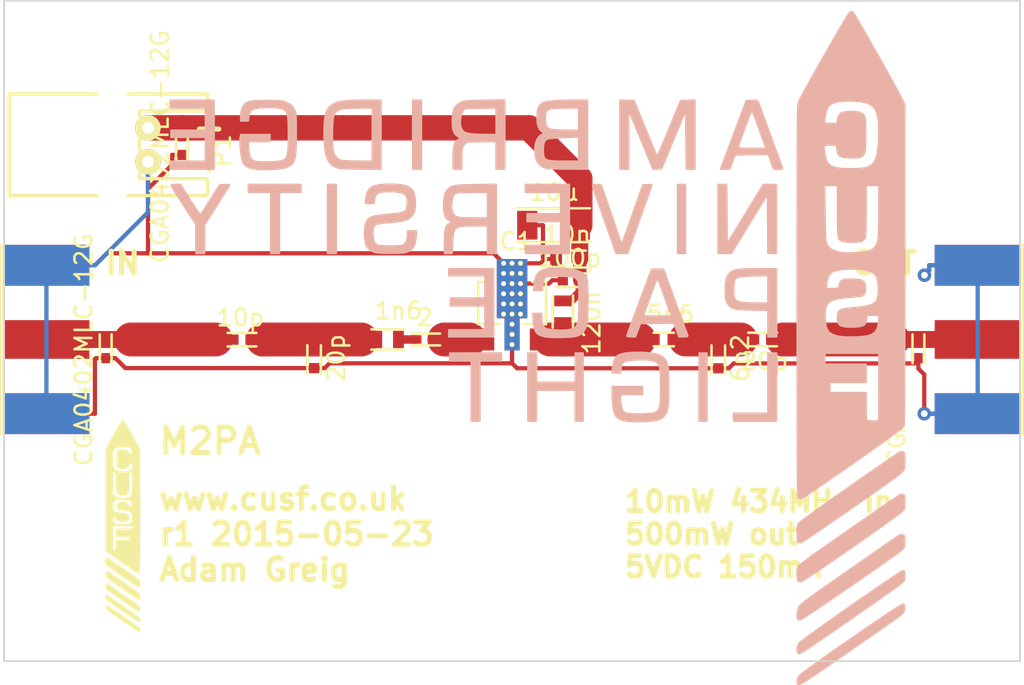
<source format=kicad_pcb>
(kicad_pcb (version 20171130) (host pcbnew "(5.1.12)-1")

  (general
    (thickness 1.6)
    (drawings 14)
    (tracks 126)
    (zones 0)
    (modules 20)
    (nets 10)
  )

  (page A4)
  (title_block
    (title "Martlet 2 RF PA")
    (date "Sat 23 May 2015")
    (rev 1)
    (company "Cambridge University Spaceflight")
    (comment 1 "Drawn By: Adam Greig")
  )

  (layers
    (0 F.Cu signal)
    (31 B.Cu signal)
    (32 B.Adhes user)
    (33 F.Adhes user hide)
    (34 B.Paste user)
    (35 F.Paste user)
    (36 B.SilkS user)
    (37 F.SilkS user)
    (38 B.Mask user)
    (39 F.Mask user)
    (40 Dwgs.User user)
    (41 Cmts.User user)
    (42 Eco1.User user)
    (43 Eco2.User user)
    (44 Edge.Cuts user)
    (45 Margin user)
    (46 B.CrtYd user)
    (47 F.CrtYd user)
    (48 B.Fab user)
    (49 F.Fab user)
  )

  (setup
    (last_trace_width 0.25)
    (user_trace_width 0.2)
    (user_trace_width 0.28)
    (user_trace_width 0.3)
    (user_trace_width 0.4)
    (user_trace_width 0.5)
    (user_trace_width 0.8)
    (user_trace_width 1)
    (user_trace_width 1.2)
    (user_trace_width 1.5)
    (user_trace_width 2)
    (trace_clearance 0.2)
    (zone_clearance 0.3)
    (zone_45_only no)
    (trace_min 0.2)
    (via_size 0.8)
    (via_drill 0.4)
    (via_min_size 0.8)
    (via_min_drill 0.4)
    (user_via 0.8 0.4)
    (user_via 1 0.6)
    (uvia_size 0.3)
    (uvia_drill 0.1)
    (uvias_allowed no)
    (uvia_min_size 0.2)
    (uvia_min_drill 0.1)
    (edge_width 0.1)
    (segment_width 0.6)
    (pcb_text_width 0.3)
    (pcb_text_size 1.5 1.5)
    (mod_edge_width 0.15)
    (mod_text_size 1 1)
    (mod_text_width 0.15)
    (pad_size 0.6 0.6)
    (pad_drill 0)
    (pad_to_mask_clearance 0)
    (aux_axis_origin 0 0)
    (visible_elements 7FFFFFFF)
    (pcbplotparams
      (layerselection 0x010f0_80000001)
      (usegerberextensions true)
      (usegerberattributes true)
      (usegerberadvancedattributes true)
      (creategerberjobfile true)
      (excludeedgelayer true)
      (linewidth 0.100000)
      (plotframeref false)
      (viasonmask false)
      (mode 1)
      (useauxorigin false)
      (hpglpennumber 1)
      (hpglpenspeed 20)
      (hpglpendiameter 15.000000)
      (psnegative false)
      (psa4output false)
      (plotreference false)
      (plotvalue false)
      (plotinvisibletext false)
      (padsonsilk false)
      (subtractmaskfromsilk false)
      (outputformat 1)
      (mirror false)
      (drillshape 0)
      (scaleselection 1)
      (outputdirectory "gerbers/"))
  )

  (net 0 "")
  (net 1 "Net-(C1-Pad1)")
  (net 2 "Net-(C1-Pad2)")
  (net 3 GND)
  (net 4 +5V)
  (net 5 "Net-(C5-Pad2)")
  (net 6 "Net-(C7-Pad2)")
  (net 7 "Net-(IC1-Pad1)")
  (net 8 "Net-(IC1-Pad3)")
  (net 9 "Net-(L1-Pad1)")

  (net_class Default "This is the default net class."
    (clearance 0.2)
    (trace_width 0.25)
    (via_dia 0.8)
    (via_drill 0.4)
    (uvia_dia 0.3)
    (uvia_drill 0.1)
    (add_net +5V)
    (add_net GND)
    (add_net "Net-(C1-Pad1)")
    (add_net "Net-(C1-Pad2)")
    (add_net "Net-(C5-Pad2)")
    (add_net "Net-(C7-Pad2)")
    (add_net "Net-(IC1-Pad1)")
    (add_net "Net-(IC1-Pad3)")
    (add_net "Net-(L1-Pad1)")
  )

  (module m2pa:C0402 locked (layer F.Cu) (tedit 53CD9C5E) (tstamp 55607FF7)
    (at 123.55 87.01 180)
    (path /537B564F)
    (fp_text reference C1 (at 0.4 -1.25 180) (layer F.SilkS) hide
      (effects (font (size 1 1) (thickness 0.15)))
    )
    (fp_text value 10p (at 0.6 1.3 180) (layer F.SilkS)
      (effects (font (size 1 1) (thickness 0.15)))
    )
    (fp_line (start -0.35 -0.4) (end 1.35 -0.4) (layer F.SilkS) (width 0.15))
    (fp_line (start -0.35 0.4) (end 1.35 0.4) (layer F.SilkS) (width 0.15))
    (pad 1 smd rect (at 0 0 180) (size 0.6 0.6) (layers F.Cu F.Paste F.Mask)
      (net 1 "Net-(C1-Pad1)"))
    (pad 2 smd rect (at 1 0 180) (size 0.6 0.6) (layers F.Cu F.Paste F.Mask)
      (net 2 "Net-(C1-Pad2)"))
  )

  (module m2pa:C0402 locked (layer F.Cu) (tedit 55609496) (tstamp 55607FFF)
    (at 127.31 88.69 90)
    (path /537B56E0)
    (fp_text reference C2 (at 0.4 -1.25 90) (layer F.SilkS) hide
      (effects (font (size 1 1) (thickness 0.15)))
    )
    (fp_text value 20p (at 0.6 1.3 90) (layer F.SilkS)
      (effects (font (size 1 1) (thickness 0.15)))
    )
    (fp_line (start -0.35 -0.4) (end 1.35 -0.4) (layer F.SilkS) (width 0.15))
    (fp_line (start -0.35 0.4) (end 1.35 0.4) (layer F.SilkS) (width 0.15))
    (pad 1 smd rect (at 0 0 90) (size 0.6 0.6) (layers F.Cu F.Paste F.Mask)
      (net 3 GND) (zone_connect 2))
    (pad 2 smd rect (at 1 0 90) (size 0.6 0.6) (layers F.Cu F.Paste F.Mask)
      (net 1 "Net-(C1-Pad1)"))
  )

  (module m2pa:C0402 (layer F.Cu) (tedit 53CD9C5E) (tstamp 55608007)
    (at 143 83.5 180)
    (path /537B5BFF)
    (fp_text reference C3 (at 0.4 -1.25 180) (layer F.SilkS) hide
      (effects (font (size 1 1) (thickness 0.15)))
    )
    (fp_text value 100p (at 0.6 1.3 180) (layer F.SilkS)
      (effects (font (size 1 1) (thickness 0.15)))
    )
    (fp_line (start -0.35 -0.4) (end 1.35 -0.4) (layer F.SilkS) (width 0.15))
    (fp_line (start -0.35 0.4) (end 1.35 0.4) (layer F.SilkS) (width 0.15))
    (pad 1 smd rect (at 0 0 180) (size 0.6 0.6) (layers F.Cu F.Paste F.Mask)
      (net 4 +5V))
    (pad 2 smd rect (at 1 0 180) (size 0.6 0.6) (layers F.Cu F.Paste F.Mask)
      (net 3 GND))
  )

  (module m2pa:C0603 (layer F.Cu) (tedit 53CD4DE5) (tstamp 5560800F)
    (at 143 82.25 180)
    (path /537B5C80)
    (fp_text reference C4 (at 0.7 -1.35 180) (layer F.SilkS) hide
      (effects (font (size 1 1) (thickness 0.15)))
    )
    (fp_text value 10n (at 0.75 1.45 180) (layer F.SilkS)
      (effects (font (size 1 1) (thickness 0.15)))
    )
    (fp_line (start -0.35 -0.5) (end 1.75 -0.5) (layer F.SilkS) (width 0.15))
    (fp_line (start 1.75 0.5) (end -0.35 0.5) (layer F.SilkS) (width 0.15))
    (pad 1 smd rect (at 0 0 180) (size 0.7 0.8) (layers F.Cu F.Paste F.Mask)
      (net 4 +5V))
    (pad 2 smd rect (at 1.4 0 180) (size 0.7 0.8) (layers F.Cu F.Paste F.Mask)
      (net 3 GND))
  )

  (module m2pa:C0402 locked (layer F.Cu) (tedit 5560948F) (tstamp 55608017)
    (at 151.18 88.7 90)
    (path /537B5A1A)
    (fp_text reference C5 (at 0.4 -1.25 90) (layer F.SilkS) hide
      (effects (font (size 1 1) (thickness 0.15)))
    )
    (fp_text value 6p2 (at 0.6 1.3 90) (layer F.SilkS)
      (effects (font (size 1 1) (thickness 0.15)))
    )
    (fp_line (start -0.35 -0.4) (end 1.35 -0.4) (layer F.SilkS) (width 0.15))
    (fp_line (start -0.35 0.4) (end 1.35 0.4) (layer F.SilkS) (width 0.15))
    (pad 1 smd rect (at 0 0 90) (size 0.6 0.6) (layers F.Cu F.Paste F.Mask)
      (net 3 GND) (zone_connect 2))
    (pad 2 smd rect (at 1 0 90) (size 0.6 0.6) (layers F.Cu F.Paste F.Mask)
      (net 5 "Net-(C5-Pad2)"))
  )

  (module m2pa:C1206 (layer F.Cu) (tedit 53CD9DEC) (tstamp 5560801F)
    (at 143 80.25 180)
    (path /537BBE5B)
    (fp_text reference C6 (at 1.4 -1.85 180) (layer F.SilkS) hide
      (effects (font (size 1 1) (thickness 0.15)))
    )
    (fp_text value 10µ (at 1.5 1.95 180) (layer F.SilkS)
      (effects (font (size 1 1) (thickness 0.15)))
    )
    (fp_line (start -0.6 -1) (end 3.7 -1) (layer F.SilkS) (width 0.15))
    (fp_line (start -0.6 1) (end 3.7 1) (layer F.SilkS) (width 0.15))
    (pad 1 smd rect (at 0 0 180) (size 1.2 1.7) (layers F.Cu F.Paste F.Mask)
      (net 4 +5V))
    (pad 2 smd rect (at 3.1 0 180) (size 1.2 1.7) (layers F.Cu F.Paste F.Mask)
      (net 3 GND))
  )

  (module m2pa:C0402 (layer F.Cu) (tedit 53CD9C5E) (tstamp 55608027)
    (at 153.3 87)
    (path /537B5AA3)
    (fp_text reference C7 (at 0.4 -1.25) (layer F.SilkS) hide
      (effects (font (size 1 1) (thickness 0.15)))
    )
    (fp_text value 20p (at 0.6 1.3) (layer F.SilkS)
      (effects (font (size 1 1) (thickness 0.15)))
    )
    (fp_line (start -0.35 -0.4) (end 1.35 -0.4) (layer F.SilkS) (width 0.15))
    (fp_line (start -0.35 0.4) (end 1.35 0.4) (layer F.SilkS) (width 0.15))
    (pad 1 smd rect (at 0 0) (size 0.6 0.6) (layers F.Cu F.Paste F.Mask)
      (net 5 "Net-(C5-Pad2)"))
    (pad 2 smd rect (at 1 0) (size 0.6 0.6) (layers F.Cu F.Paste F.Mask)
      (net 6 "Net-(C7-Pad2)"))
  )

  (module m2pa:R0402 (layer F.Cu) (tedit 53CDA370) (tstamp 5560802F)
    (at 115 87 270)
    (path /55607F4A)
    (fp_text reference D1 (at 0.4 -1.25 270) (layer F.SilkS) hide
      (effects (font (size 1 1) (thickness 0.15)))
    )
    (fp_text value CGA0402MLC-12G (at 0.6 1.3 270) (layer F.SilkS)
      (effects (font (size 1 1) (thickness 0.15)))
    )
    (fp_line (start -0.3 -0.35) (end 1.4 -0.35) (layer F.SilkS) (width 0.15))
    (fp_line (start -0.3 0.35) (end 1.4 0.35) (layer F.SilkS) (width 0.15))
    (pad 1 smd rect (at 0 0 270) (size 0.6 0.5) (layers F.Cu F.Paste F.Mask)
      (net 2 "Net-(C1-Pad2)"))
    (pad 2 smd rect (at 1.1 0 270) (size 0.6 0.5) (layers F.Cu F.Paste F.Mask)
      (net 3 GND))
  )

  (module m2pa:R0402 (layer F.Cu) (tedit 53CDA370) (tstamp 55608037)
    (at 163 87 270)
    (path /53D02CEB)
    (fp_text reference D2 (at 0.4 -1.25 270) (layer F.SilkS) hide
      (effects (font (size 1 1) (thickness 0.15)))
    )
    (fp_text value CGA0402MLC-12G (at 0.6 1.3 270) (layer F.SilkS)
      (effects (font (size 1 1) (thickness 0.15)))
    )
    (fp_line (start -0.3 -0.35) (end 1.4 -0.35) (layer F.SilkS) (width 0.15))
    (fp_line (start -0.3 0.35) (end 1.4 0.35) (layer F.SilkS) (width 0.15))
    (pad 1 smd rect (at 0 0 270) (size 0.6 0.5) (layers F.Cu F.Paste F.Mask)
      (net 6 "Net-(C7-Pad2)"))
    (pad 2 smd rect (at 1.1 0 270) (size 0.6 0.5) (layers F.Cu F.Paste F.Mask)
      (net 3 GND))
  )

  (module m2pa:L0603 locked (layer F.Cu) (tedit 53CD4A11) (tstamp 55608068)
    (at 132.29 87 180)
    (path /537BE636)
    (fp_text reference L1 (at 0 -1.6 180) (layer F.SilkS) hide
      (effects (font (size 1 1) (thickness 0.15)))
    )
    (fp_text value 1n6 (at 0 1.7 180) (layer F.SilkS)
      (effects (font (size 1 1) (thickness 0.15)))
    )
    (fp_line (start -0.3 -0.6) (end 1.6 -0.6) (layer F.SilkS) (width 0.15))
    (fp_line (start -0.3 0.6) (end 1.6 0.6) (layer F.SilkS) (width 0.15))
    (pad 1 smd rect (at 0 0 180) (size 0.64 1.02) (layers F.Cu F.Paste F.Mask)
      (net 9 "Net-(L1-Pad1)"))
    (pad 2 smd rect (at 1.28 0 180) (size 0.64 1.02) (layers F.Cu F.Paste F.Mask)
      (net 1 "Net-(C1-Pad1)"))
  )

  (module m2pa:L0603 (layer F.Cu) (tedit 53CD4A11) (tstamp 55608070)
    (at 142 86 90)
    (path /537BE815)
    (fp_text reference L2 (at 0 -1.6 90) (layer F.SilkS) hide
      (effects (font (size 1 1) (thickness 0.15)))
    )
    (fp_text value 120n (at 0 1.7 90) (layer F.SilkS)
      (effects (font (size 1 1) (thickness 0.15)))
    )
    (fp_line (start -0.3 -0.6) (end 1.6 -0.6) (layer F.SilkS) (width 0.15))
    (fp_line (start -0.3 0.6) (end 1.6 0.6) (layer F.SilkS) (width 0.15))
    (pad 1 smd rect (at 0 0 90) (size 0.64 1.02) (layers F.Cu F.Paste F.Mask)
      (net 8 "Net-(IC1-Pad3)"))
    (pad 2 smd rect (at 1.28 0 90) (size 0.64 1.02) (layers F.Cu F.Paste F.Mask)
      (net 4 +5V))
  )

  (module m2pa:L0402 locked (layer F.Cu) (tedit 53CD4996) (tstamp 55608078)
    (at 148.36 87 180)
    (path /537BEED9)
    (fp_text reference L3 (at 0 -1.4 180) (layer F.SilkS) hide
      (effects (font (size 1 1) (thickness 0.15)))
    )
    (fp_text value 5n6 (at 0 1.5 180) (layer F.SilkS)
      (effects (font (size 1 1) (thickness 0.15)))
    )
    (fp_line (start -0.2 -0.4) (end 1 -0.4) (layer F.SilkS) (width 0.15))
    (fp_line (start -0.2 0.4) (end 1 0.4) (layer F.SilkS) (width 0.15))
    (pad 1 smd rect (at 0 0 180) (size 0.36 0.66) (layers F.Cu F.Paste F.Mask)
      (net 5 "Net-(C5-Pad2)"))
    (pad 2 smd rect (at 0.82 0 180) (size 0.36 0.66) (layers F.Cu F.Paste F.Mask)
      (net 8 "Net-(IC1-Pad3)"))
  )

  (module m2pa:S02B-PASK-2 (layer F.Cu) (tedit 555D2368) (tstamp 5560808C)
    (at 117.5 76.5 90)
    (path /55608520)
    (fp_text reference P1 (at 0.64 4.38 90) (layer F.SilkS)
      (effects (font (size 1 1) (thickness 0.15)))
    )
    (fp_text value CONN_01X02 (at 0.41 -7.21 90) (layer F.SilkS) hide
      (effects (font (size 1 1) (thickness 0.15)))
    )
    (fp_line (start -2 -8.2) (end -2 -3) (layer F.SilkS) (width 0.2))
    (fp_line (start -2 -1.2) (end -2 3.5) (layer F.SilkS) (width 0.2))
    (fp_line (start 4 3.5) (end 4 -1.2) (layer F.SilkS) (width 0.2))
    (fp_line (start 4 -3) (end 4 -8.2) (layer F.SilkS) (width 0.2))
    (fp_line (start 4 -8.2) (end -2 -8.2) (layer F.SilkS) (width 0.2))
    (fp_line (start -1 3.5) (end -1 -0.5) (layer F.SilkS) (width 0.2))
    (fp_line (start -2 3.5) (end -1 3.5) (layer F.SilkS) (width 0.2))
    (fp_line (start 3 3.5) (end 3 -0.5) (layer F.SilkS) (width 0.2))
    (fp_line (start 4 3.5) (end 3 3.5) (layer F.SilkS) (width 0.2))
    (fp_line (start -1 -0.5) (end -0.7 -0.5) (layer F.SilkS) (width 0.2))
    (fp_line (start 0.7 -0.5) (end 1.3 -0.5) (layer F.SilkS) (width 0.2))
    (fp_line (start 3 -0.5) (end 2.7 -0.5) (layer F.SilkS) (width 0.2))
    (pad 1 thru_hole circle (at 0 0 90) (size 1.5 1.5) (drill 0.7) (layers *.Cu *.Mask F.SilkS)
      (net 3 GND))
    (pad 2 thru_hole circle (at 2 0 90) (size 1.5 1.5) (drill 0.7) (layers *.Cu *.Mask F.SilkS)
      (net 4 +5V))
    (pad "" np_thru_hole circle (at -1.5 -2.1 90) (size 1.2 1.2) (drill 1.2) (layers *.Cu *.Mask F.SilkS))
    (pad "" np_thru_hole circle (at 3.5 -2.1 90) (size 1.2 1.2) (drill 1.2) (layers *.Cu *.Mask F.SilkS))
  )

  (module m2pa:R0402 locked (layer F.Cu) (tedit 53CDA370) (tstamp 556080A8)
    (at 134.45 87 180)
    (path /537BE047)
    (fp_text reference R1 (at 0.4 -1.25 180) (layer F.SilkS) hide
      (effects (font (size 1 1) (thickness 0.15)))
    )
    (fp_text value 2 (at 0.6 1.3 180) (layer F.SilkS)
      (effects (font (size 1 1) (thickness 0.15)))
    )
    (fp_line (start -0.3 -0.35) (end 1.4 -0.35) (layer F.SilkS) (width 0.15))
    (fp_line (start -0.3 0.35) (end 1.4 0.35) (layer F.SilkS) (width 0.15))
    (pad 1 smd rect (at 0 0 180) (size 0.6 0.5) (layers F.Cu F.Paste F.Mask)
      (net 7 "Net-(IC1-Pad1)"))
    (pad 2 smd rect (at 1.1 0 180) (size 0.6 0.5) (layers F.Cu F.Paste F.Mask)
      (net 9 "Net-(L1-Pad1)"))
  )

  (module m2pa:R0402 (layer F.Cu) (tedit 53CDA370) (tstamp 556089EF)
    (at 119.5 75 270)
    (path /55608B21)
    (fp_text reference D3 (at 0.4 -1.25 270) (layer F.SilkS) hide
      (effects (font (size 1 1) (thickness 0.15)))
    )
    (fp_text value CGA0402MLC-12G (at 0.6 1.3 270) (layer F.SilkS)
      (effects (font (size 1 1) (thickness 0.15)))
    )
    (fp_line (start -0.3 -0.35) (end 1.4 -0.35) (layer F.SilkS) (width 0.15))
    (fp_line (start -0.3 0.35) (end 1.4 0.35) (layer F.SilkS) (width 0.15))
    (pad 1 smd rect (at 0 0 270) (size 0.6 0.5) (layers F.Cu F.Paste F.Mask)
      (net 4 +5V))
    (pad 2 smd rect (at 1.1 0 270) (size 0.6 0.5) (layers F.Cu F.Paste F.Mask)
      (net 3 GND))
  )

  (module m2pa:SMA-142-0701-801 (layer F.Cu) (tedit 55609D61) (tstamp 556080A0)
    (at 166.5 87 270)
    (path /537B7B92)
    (fp_text reference P3 (at 0 -4.064 270) (layer F.SilkS) hide
      (effects (font (size 1 1) (thickness 0.15)))
    )
    (fp_text value SMA (at -3.556 3.81 270) (layer F.SilkS) hide
      (effects (font (size 1 1) (thickness 0.15)))
    )
    (fp_line (start -5.588 -2.667) (end 5.588 -2.667) (layer F.SilkS) (width 0.15))
    (pad 1 smd rect (at 0 0 270) (size 2.286 5.08) (layers F.Cu F.Mask)
      (net 6 "Net-(C7-Pad2)") (zone_connect 2))
    (pad 2 smd rect (at -4.3815 0 270) (size 2.413 5.08) (layers F.Cu F.Mask)
      (net 3 GND) (zone_connect 2))
    (pad 3 smd rect (at 4.3815 0 270) (size 2.413 5.08) (layers F.Cu F.Mask)
      (net 3 GND) (zone_connect 2))
    (pad 4 smd rect (at -4.3815 0 270) (size 2.413 5.08) (layers B.Cu B.Mask)
      (net 3 GND) (zone_connect 2))
    (pad 5 smd rect (at 4.3815 0 270) (size 2.413 5.08) (layers B.Cu B.Mask)
      (net 3 GND) (zone_connect 2))
  )

  (module m2pa:SMA-142-0701-801 (layer F.Cu) (tedit 55609D61) (tstamp 55608096)
    (at 111.5 87 90)
    (path /555D1B9C)
    (fp_text reference P2 (at 0 -4.064 90) (layer F.SilkS) hide
      (effects (font (size 1 1) (thickness 0.15)))
    )
    (fp_text value SMA (at -3.556 3.81 90) (layer F.SilkS) hide
      (effects (font (size 1 1) (thickness 0.15)))
    )
    (fp_line (start -5.588 -2.667) (end 5.588 -2.667) (layer F.SilkS) (width 0.15))
    (pad 1 smd rect (at 0 0 90) (size 2.286 5.08) (layers F.Cu F.Mask)
      (net 2 "Net-(C1-Pad2)") (zone_connect 2))
    (pad 2 smd rect (at -4.3815 0 90) (size 2.413 5.08) (layers F.Cu F.Mask)
      (net 3 GND) (zone_connect 2))
    (pad 3 smd rect (at 4.3815 0 90) (size 2.413 5.08) (layers F.Cu F.Mask)
      (net 3 GND) (zone_connect 2))
    (pad 4 smd rect (at -4.3815 0 90) (size 2.413 5.08) (layers B.Cu B.Mask)
      (net 3 GND) (zone_connect 2))
    (pad 5 smd rect (at 4.3815 0 90) (size 2.413 5.08) (layers B.Cu B.Mask)
      (net 3 GND) (zone_connect 2))
  )

  (module m2pa:SOT89-3 (layer F.Cu) (tedit 5560A450) (tstamp 55608060)
    (at 139 87)
    (path /53792B5C)
    (fp_text reference IC1 (at 0 -5.8) (layer F.SilkS)
      (effects (font (size 1 1) (thickness 0.15)))
    )
    (fp_text value ADL5324 (at 0 1.8) (layer F.SilkS) hide
      (effects (font (size 1 1) (thickness 0.15)))
    )
    (fp_line (start -1.5 -3.4) (end -1.2 -3.4) (layer F.SilkS) (width 0.15))
    (fp_line (start 1.2 -3.4) (end 1.5 -3.4) (layer F.SilkS) (width 0.15))
    (fp_line (start -1.5 -0.9) (end -0.7 -0.9) (layer F.SilkS) (width 0.15))
    (fp_line (start 1.5 -0.9) (end 0.7 -0.9) (layer F.SilkS) (width 0.15))
    (fp_line (start -2 -0.9) (end -1.5 -0.9) (layer F.SilkS) (width 0.15))
    (fp_line (start -2 -3.4) (end -2 -0.9) (layer F.SilkS) (width 0.15))
    (fp_line (start -1.5 -3.4) (end -2 -3.4) (layer F.SilkS) (width 0.15))
    (fp_line (start 2 -3.4) (end 1.5 -3.4) (layer F.SilkS) (width 0.15))
    (fp_line (start 2 -0.9) (end 2 -3.4) (layer F.SilkS) (width 0.15))
    (fp_line (start 1.5 -0.9) (end 2 -0.9) (layer F.SilkS) (width 0.15))
    (pad 2 smd rect (at 0 -0.3 180) (size 0.9 1.9) (layers F.Cu F.Paste F.Mask)
      (net 3 GND) (zone_connect 2))
    (pad 1 smd rect (at -1.5 0 180) (size 0.9 1.3) (layers F.Cu F.Paste F.Mask)
      (net 7 "Net-(IC1-Pad1)"))
    (pad 3 smd rect (at 1.5 0 180) (size 0.9 1.3) (layers F.Cu F.Paste F.Mask)
      (net 8 "Net-(IC1-Pad3)"))
    (pad 2 smd rect (at 0 -3 180) (size 1.8 3.5) (layers F.Cu F.Paste F.Mask)
      (net 3 GND) (zone_connect 2))
    (pad 2 thru_hole circle (at 0 -0.3 180) (size 0.3 0.3) (drill 0.2) (layers *.Cu F.SilkS F.Mask)
      (net 3 GND) (zone_connect 2))
    (pad 2 thru_hole circle (at 0 0.3 180) (size 0.3 0.3) (drill 0.2) (layers *.Cu F.SilkS F.Mask)
      (net 3 GND) (zone_connect 2))
    (pad 2 thru_hole circle (at 0 -0.9 180) (size 0.3 0.3) (drill 0.2) (layers *.Cu F.SilkS F.Mask)
      (net 3 GND) (zone_connect 2))
    (pad 2 thru_hole circle (at 0 -1.5 180) (size 0.3 0.3) (drill 0.2) (layers *.Cu F.SilkS F.Mask)
      (net 3 GND) (zone_connect 2))
    (pad 2 thru_hole circle (at 0 -2.1 180) (size 0.3 0.3) (drill 0.2) (layers *.Cu F.SilkS F.Mask)
      (net 3 GND) (zone_connect 2))
    (pad 2 thru_hole circle (at 0 -2.7 180) (size 0.3 0.3) (drill 0.2) (layers *.Cu F.SilkS F.Mask)
      (net 3 GND) (zone_connect 2))
    (pad 2 thru_hole circle (at 0 -3.3 180) (size 0.3 0.3) (drill 0.2) (layers *.Cu F.SilkS F.Mask)
      (net 3 GND) (zone_connect 2))
    (pad 2 thru_hole circle (at 0 -3.9 180) (size 0.3 0.3) (drill 0.2) (layers *.Cu F.SilkS F.Mask)
      (net 3 GND) (zone_connect 2))
    (pad 2 thru_hole circle (at 0 -4.5 180) (size 0.3 0.3) (drill 0.2) (layers *.Cu F.SilkS F.Mask)
      (net 3 GND) (zone_connect 2))
    (pad 2 thru_hole circle (at 0.5 -1.5 180) (size 0.3 0.3) (drill 0.2) (layers *.Cu F.SilkS F.Mask)
      (net 3 GND) (zone_connect 2))
    (pad 2 thru_hole circle (at 0.5 -2.1 180) (size 0.3 0.3) (drill 0.2) (layers *.Cu F.SilkS F.Mask)
      (net 3 GND) (zone_connect 2))
    (pad 2 thru_hole circle (at 0.5 -2.7 180) (size 0.3 0.3) (drill 0.2) (layers *.Cu F.SilkS F.Mask)
      (net 3 GND) (zone_connect 2))
    (pad 2 thru_hole circle (at 0.5 -3.3 180) (size 0.3 0.3) (drill 0.2) (layers *.Cu F.SilkS F.Mask)
      (net 3 GND) (zone_connect 2))
    (pad 2 thru_hole circle (at 0.5 -3.9 180) (size 0.3 0.3) (drill 0.2) (layers *.Cu F.SilkS F.Mask)
      (net 3 GND) (zone_connect 2))
    (pad 2 thru_hole circle (at -0.5 -3.9 180) (size 0.3 0.3) (drill 0.2) (layers *.Cu F.SilkS F.Mask)
      (net 3 GND) (zone_connect 2))
    (pad 2 thru_hole circle (at -0.5 -3.3 180) (size 0.3 0.3) (drill 0.2) (layers *.Cu F.SilkS F.Mask)
      (net 3 GND) (zone_connect 2))
    (pad 2 thru_hole circle (at -0.5 -2.7 180) (size 0.3 0.3) (drill 0.2) (layers *.Cu F.SilkS F.Mask)
      (net 3 GND) (zone_connect 2))
    (pad 2 thru_hole circle (at -0.5 -2.1 180) (size 0.3 0.3) (drill 0.2) (layers *.Cu F.SilkS F.Mask)
      (net 3 GND) (zone_connect 2))
    (pad 2 thru_hole circle (at -0.5 -1.5 180) (size 0.3 0.3) (drill 0.2) (layers *.Cu F.SilkS F.Mask)
      (net 3 GND) (zone_connect 2))
    (pad 2 thru_hole circle (at -0.5 -4.5 180) (size 0.3 0.3) (drill 0.2) (layers *.Cu F.SilkS F.Mask)
      (net 3 GND) (zone_connect 2))
    (pad 2 thru_hole circle (at 0.5 -4.5 180) (size 0.3 0.3) (drill 0.2) (layers *.Cu F.SilkS F.Mask)
      (net 3 GND) (zone_connect 2))
    (pad 2 smd rect (at 0 -3 180) (size 1.8 3.5) (layers B.Cu)
      (net 3 GND) (zone_connect 2))
    (pad 2 smd rect (at 0 -0.3 180) (size 0.9 1.9) (layers B.Cu)
      (net 3 GND) (zone_connect 2))
  )

  (module m2pa:cusf_logo_small (layer F.Cu) (tedit 0) (tstamp 5560CEAD)
    (at 116 98)
    (fp_text reference G***_2 (at 0 0) (layer F.SilkS) hide
      (effects (font (size 1.524 1.524) (thickness 0.3)))
    )
    (fp_text value LOGO (at 0.75 0) (layer F.SilkS) hide
      (effects (font (size 1.524 1.524) (thickness 0.3)))
    )
    (fp_poly (pts (xy 0.994954 -4.512126) (xy 0.989602 -0.864355) (xy 0.988922 -0.40392) (xy 0.988277 0.016045)
      (xy 0.987643 0.397406) (xy 0.986995 0.742026) (xy 0.986311 1.05177) (xy 0.985564 1.328502)
      (xy 0.98473 1.574087) (xy 0.983786 1.790388) (xy 0.982707 1.979271) (xy 0.981469 2.142598)
      (xy 0.980047 2.282235) (xy 0.978417 2.400047) (xy 0.976555 2.497896) (xy 0.974436 2.577648)
      (xy 0.972036 2.641166) (xy 0.96933 2.690315) (xy 0.966295 2.72696) (xy 0.962906 2.752965)
      (xy 0.959138 2.770193) (xy 0.954968 2.780509) (xy 0.950371 2.785778) (xy 0.945322 2.787864)
      (xy 0.941917 2.78838) (xy 0.914543 2.777381) (xy 0.854647 2.742682) (xy 0.763974 2.685439)
      (xy 0.644271 2.606807) (xy 0.619973 2.590463) (xy 0.619973 -3.704167) (xy 0.47932 -3.704167)
      (xy 0.338667 -3.704167) (xy 0.338667 -3.631461) (xy 0.326661 -3.534217) (xy 0.292835 -3.462218)
      (xy 0.256067 -3.430106) (xy 0.196567 -3.411154) (xy 0.110079 -3.398639) (xy 0.011547 -3.393206)
      (xy -0.084081 -3.395505) (xy -0.161859 -3.40618) (xy -0.179847 -3.411237) (xy -0.225411 -3.431516)
      (xy -0.260016 -3.461319) (xy -0.285128 -3.506146) (xy -0.302211 -3.571499) (xy -0.31273 -3.66288)
      (xy -0.318149 -3.78579) (xy -0.31991 -3.93731) (xy -0.318068 -4.100152) (xy -0.310808 -4.225172)
      (xy -0.297258 -4.316636) (xy -0.276542 -4.378812) (xy -0.247786 -4.415966) (xy -0.21889 -4.43041)
      (xy -0.126724 -4.45195) (xy -0.045144 -4.460393) (xy 0.047676 -4.457374) (xy 0.090214 -4.453584)
      (xy 0.19419 -4.437497) (xy 0.262451 -4.410432) (xy 0.301168 -4.36756) (xy 0.31651 -4.30405)
      (xy 0.3175 -4.275667) (xy 0.3175 -4.191) (xy 0.457981 -4.191) (xy 0.598463 -4.191)
      (xy 0.587767 -4.324248) (xy 0.570581 -4.442159) (xy 0.53731 -4.532926) (xy 0.483476 -4.599585)
      (xy 0.404605 -4.645171) (xy 0.296219 -4.672718) (xy 0.153842 -4.685261) (xy 0.052917 -4.686855)
      (xy -0.124376 -4.681019) (xy -0.265316 -4.663061) (xy -0.37467 -4.63091) (xy -0.457207 -4.582497)
      (xy -0.517697 -4.515751) (xy -0.560908 -4.428601) (xy -0.564409 -4.418837) (xy -0.585027 -4.329766)
      (xy -0.598139 -4.209513) (xy -0.604111 -4.067732) (xy -0.603308 -3.914082) (xy -0.596096 -3.75822)
      (xy -0.582841 -3.609802) (xy -0.563909 -3.478486) (xy -0.539663 -3.373929) (xy -0.523155 -3.32901)
      (xy -0.477635 -3.272119) (xy -0.401517 -3.221679) (xy -0.306533 -3.184794) (xy -0.271267 -3.176453)
      (xy -0.166129 -3.163052) (xy -0.036832 -3.157175) (xy 0.099129 -3.158807) (xy 0.224259 -3.167932)
      (xy 0.286727 -3.176972) (xy 0.36528 -3.194604) (xy 0.434836 -3.215469) (xy 0.467677 -3.228956)
      (xy 0.528915 -3.284066) (xy 0.573981 -3.376693) (xy 0.602049 -3.504897) (xy 0.607603 -3.55661)
      (xy 0.619973 -3.704167) (xy 0.619973 2.590463) (xy 0.61812 2.589217) (xy 0.61812 -3.132667)
      (xy 0.478393 -3.132667) (xy 0.338667 -3.132667) (xy 0.337745 -2.619375) (xy 0.33665 -2.425996)
      (xy 0.333839 -2.270419) (xy 0.328872 -2.148132) (xy 0.321308 -2.054622) (xy 0.310709 -1.985377)
      (xy 0.296632 -1.935886) (xy 0.27864 -1.901636) (xy 0.266312 -1.887053) (xy 0.226703 -1.869257)
      (xy 0.156521 -1.856971) (xy 0.067143 -1.850213) (xy -0.030053 -1.849004) (xy -0.123692 -1.853362)
      (xy -0.202396 -1.863308) (xy -0.25479 -1.878859) (xy -0.265339 -1.886147) (xy -0.286428 -1.913758)
      (xy -0.303157 -1.952899) (xy -0.315992 -2.008212) (xy -0.325403 -2.084342) (xy -0.331857 -2.185931)
      (xy -0.335821 -2.317624) (xy -0.337764 -2.484064) (xy -0.338162 -2.608792) (xy -0.338666 -3.132667)
      (xy -0.477927 -3.132667) (xy -0.617187 -3.132667) (xy -0.609824 -2.513542) (xy -0.607258 -2.327543)
      (xy -0.604279 -2.179067) (xy -0.600602 -2.063305) (xy -0.595941 -1.975447) (xy -0.590011 -1.910683)
      (xy -0.582527 -1.864203) (xy -0.573205 -1.831198) (xy -0.568735 -1.820333) (xy -0.515076 -1.733828)
      (xy -0.441206 -1.675442) (xy -0.343971 -1.638577) (xy -0.260895 -1.623921) (xy -0.149429 -1.614662)
      (xy -0.023186 -1.610927) (xy 0.104219 -1.612845) (xy 0.219171 -1.620544) (xy 0.300583 -1.632492)
      (xy 0.412066 -1.666588) (xy 0.491262 -1.717697) (xy 0.546869 -1.792221) (xy 0.562507 -1.825352)
      (xy 0.573915 -1.856978) (xy 0.583059 -1.895463) (xy 0.590287 -1.946013) (xy 0.59595 -2.013831)
      (xy 0.600396 -2.104121) (xy 0.603974 -2.222087) (xy 0.607034 -2.372933) (xy 0.609391 -2.524125)
      (xy 0.61812 -3.132667) (xy 0.61812 2.589217) (xy 0.613834 2.586334) (xy 0.613834 0.211667)
      (xy 0.613834 0.09525) (xy 0.613834 -0.021167) (xy 0.602885 -0.021167) (xy 0.602885 -0.512006)
      (xy 0.596344 -0.627817) (xy 0.576036 -0.727283) (xy 0.543535 -0.799314) (xy 0.534519 -0.810812)
      (xy 0.485633 -0.851877) (xy 0.417233 -0.883417) (xy 0.322492 -0.907544) (xy 0.194587 -0.926371)
      (xy 0.143502 -0.931825) (xy -0.006977 -0.947088) (xy -0.120529 -0.960581) (xy -0.202353 -0.974716)
      (xy -0.257646 -0.991909) (xy -0.291609 -1.014572) (xy -0.30944 -1.045122) (xy -0.316337 -1.085971)
      (xy -0.317499 -1.139534) (xy -0.3175 -1.145904) (xy -0.312103 -1.235298) (xy -0.291271 -1.292888)
      (xy -0.248039 -1.328348) (xy -0.175444 -1.351349) (xy -0.16851 -1.352866) (xy -0.020478 -1.374243)
      (xy 0.102417 -1.370514) (xy 0.197509 -1.342646) (xy 0.262129 -1.291606) (xy 0.293613 -1.21836)
      (xy 0.296334 -1.184338) (xy 0.300799 -1.162124) (xy 0.320344 -1.149639) (xy 0.364191 -1.144169)
      (xy 0.436878 -1.143) (xy 0.577423 -1.143) (xy 0.56499 -1.263463) (xy 0.542122 -1.374313)
      (xy 0.495978 -1.45597) (xy 0.420424 -1.517951) (xy 0.390218 -1.534583) (xy 0.351303 -1.551674)
      (xy 0.307719 -1.563526) (xy 0.251062 -1.571051) (xy 0.172928 -1.575161) (xy 0.064914 -1.576767)
      (xy 0 -1.576917) (xy -0.15977 -1.574556) (xy -0.283352 -1.56625) (xy -0.376693 -1.55016)
      (xy -0.445739 -1.524451) (xy -0.496435 -1.487285) (xy -0.534729 -1.436824) (xy -0.550727 -1.406769)
      (xy -0.579266 -1.317108) (xy -0.594622 -1.203787) (xy -0.596345 -1.08352) (xy -0.583984 -0.97302)
      (xy -0.564255 -0.904309) (xy -0.53354 -0.852161) (xy -0.486499 -0.810315) (xy -0.418299 -0.777187)
      (xy -0.324106 -0.751191) (xy -0.199089 -0.730742) (xy -0.038415 -0.714254) (xy 0.03175 -0.708788)
      (xy 0.122823 -0.699287) (xy 0.202133 -0.685868) (xy 0.25691 -0.670884) (xy 0.268886 -0.66511)
      (xy 0.309907 -0.616453) (xy 0.330261 -0.545136) (xy 0.331053 -0.464027) (xy 0.313384 -0.385994)
      (xy 0.278357 -0.323906) (xy 0.237059 -0.293763) (xy 0.191968 -0.285135) (xy 0.116739 -0.279581)
      (xy 0.023499 -0.277758) (xy -0.038948 -0.278818) (xy -0.13885 -0.282762) (xy -0.20555 -0.288357)
      (xy -0.248175 -0.297606) (xy -0.275856 -0.312513) (xy -0.297722 -0.335081) (xy -0.29824 -0.33572)
      (xy -0.327043 -0.392847) (xy -0.338666 -0.457428) (xy -0.338666 -0.529167) (xy -0.478689 -0.529167)
      (xy -0.618711 -0.529167) (xy -0.603806 -0.407458) (xy -0.576386 -0.273187) (xy -0.53152 -0.176983)
      (xy -0.468901 -0.118204) (xy -0.463802 -0.115453) (xy -0.377218 -0.084504) (xy -0.259589 -0.062034)
      (xy -0.121502 -0.048835) (xy 0.026457 -0.045701) (xy 0.173704 -0.053427) (xy 0.247369 -0.062129)
      (xy 0.374021 -0.088077) (xy 0.465506 -0.127674) (xy 0.528323 -0.187083) (xy 0.568971 -0.272468)
      (xy 0.593951 -0.389993) (xy 0.594086 -0.390941) (xy 0.602885 -0.512006) (xy 0.602885 -0.021167)
      (xy 0 -0.021167) (xy -0.613833 -0.021167) (xy -0.613833 0.73025) (xy -0.613833 1.481667)
      (xy -0.47625 1.481667) (xy -0.338666 1.481667) (xy -0.338666 1.17475) (xy -0.338666 0.867833)
      (xy 0.074084 0.867833) (xy 0.486834 0.867833) (xy 0.486834 0.751417) (xy 0.486834 0.635)
      (xy 0.074084 0.635) (xy -0.338666 0.635) (xy -0.338666 0.423333) (xy -0.338666 0.211667)
      (xy 0.137584 0.211667) (xy 0.613834 0.211667) (xy 0.613834 2.586334) (xy 0.497285 2.507942)
      (xy 0.324761 2.389998) (xy 0.128447 2.254132) (xy 0.021167 2.179316) (xy -0.152243 2.057837)
      (xy -0.316585 1.942206) (xy -0.468291 1.834969) (xy -0.603793 1.73867) (xy -0.719525 1.655855)
      (xy -0.81192 1.589068) (xy -0.877409 1.540855) (xy -0.912426 1.51376) (xy -0.915458 1.5111)
      (xy -0.973666 1.456911) (xy -0.973666 -1.515915) (xy -0.973666 -4.488741) (xy -0.918779 -4.599162)
      (xy -0.896427 -4.641945) (xy -0.856026 -4.716999) (xy -0.80015 -4.819626) (xy -0.731376 -4.945129)
      (xy -0.65228 -5.088808) (xy -0.565439 -5.245968) (xy -0.473428 -5.411909) (xy -0.448599 -5.456589)
      (xy -0.343033 -5.645957) (xy -0.255703 -5.801247) (xy -0.184669 -5.925595) (xy -0.127988 -6.022138)
      (xy -0.083721 -6.094014) (xy -0.049927 -6.144359) (xy -0.024663 -6.176311) (xy -0.00599 -6.193006)
      (xy 0.008034 -6.19758) (xy 0.009804 -6.197423) (xy 0.027764 -6.185613) (xy 0.055897 -6.152329)
      (xy 0.095809 -6.095027) (xy 0.149108 -6.011162) (xy 0.217398 -5.898191) (xy 0.302288 -5.75357)
      (xy 0.405383 -5.574755) (xy 0.428088 -5.535083) (xy 0.519916 -5.374026) (xy 0.609242 -5.216515)
      (xy 0.692818 -5.068337) (xy 0.767398 -4.935279) (xy 0.829735 -4.823128) (xy 0.876582 -4.737671)
      (xy 0.899107 -4.695521) (xy 0.994954 -4.512126)) (layer F.SilkS) (width 0.1))
    (fp_poly (pts (xy 0.992455 3.363004) (xy 0.990416 3.431445) (xy 0.984431 3.521917) (xy 0.97447 3.584698)
      (xy 0.961685 3.612798) (xy 0.960424 3.613391) (xy 0.933054 3.60578) (xy 0.881077 3.578623)
      (xy 0.814195 3.537173) (xy 0.791091 3.521655) (xy 0.583644 3.379206) (xy 0.377312 3.236717)
      (xy 0.175343 3.096486) (xy -0.019017 2.960811) (xy -0.202519 2.831988) (xy -0.371917 2.712316)
      (xy -0.523963 2.604091) (xy -0.65541 2.509612) (xy -0.76301 2.431175) (xy -0.843516 2.371078)
      (xy -0.89368 2.331619) (xy -0.904875 2.321796) (xy -0.939572 2.286494) (xy -0.960073 2.253934)
      (xy -0.970102 2.211636) (xy -0.973385 2.147124) (xy -0.973666 2.091348) (xy -0.97293 2.00854)
      (xy -0.969045 1.959385) (xy -0.959501 1.935205) (xy -0.941787 1.927325) (xy -0.926041 1.926812)
      (xy -0.90183 1.938643) (xy -0.846984 1.972108) (xy -0.76549 2.024471) (xy -0.661329 2.093)
      (xy -0.538486 2.174959) (xy -0.400945 2.267614) (xy -0.252688 2.368231) (xy -0.097699 2.474075)
      (xy 0.060037 2.582413) (xy 0.216538 2.690509) (xy 0.36782 2.79563) (xy 0.509899 2.895042)
      (xy 0.638791 2.986008) (xy 0.750514 3.065797) (xy 0.841083 3.131672) (xy 0.906515 3.1809)
      (xy 0.9375 3.205949) (xy 0.966549 3.233609) (xy 0.983641 3.261543) (xy 0.9914 3.300943)
      (xy 0.992455 3.363004)) (layer F.SilkS) (width 0.1))
    (fp_poly (pts (xy 0.992199 4.113405) (xy 0.990412 4.189997) (xy 0.9904 4.190272) (xy 0.984093 4.270389)
      (xy 0.972762 4.315715) (xy 0.954411 4.333683) (xy 0.951719 4.334339) (xy 0.928535 4.323757)
      (xy 0.874105 4.291054) (xy 0.791802 4.238476) (xy 0.685 4.168269) (xy 0.55707 4.082678)
      (xy 0.411387 3.983947) (xy 0.251323 3.874322) (xy 0.08025 3.756048) (xy 0.020386 3.714408)
      (xy -0.154744 3.592031) (xy -0.320435 3.475523) (xy -0.47321 3.367378) (xy -0.609592 3.270093)
      (xy -0.726105 3.186161) (xy -0.819272 3.118078) (xy -0.885617 3.068339) (xy -0.921662 3.039438)
      (xy -0.926041 3.035211) (xy -0.95489 2.993263) (xy -0.969427 2.940578) (xy -0.973653 2.86207)
      (xy -0.973666 2.855655) (xy -0.968312 2.771067) (xy -0.950441 2.724355) (xy -0.917346 2.712216)
      (xy -0.870094 2.72929) (xy -0.838586 2.749033) (xy -0.776971 2.790191) (xy -0.689398 2.849854)
      (xy -0.580015 2.925113) (xy -0.452972 3.013058) (xy -0.312416 3.11078) (xy -0.162496 3.21537)
      (xy -0.007362 3.323918) (xy 0.148839 3.433514) (xy 0.301958 3.54125) (xy 0.447845 3.644215)
      (xy 0.582353 3.739501) (xy 0.701334 3.824198) (xy 0.800637 3.895396) (xy 0.876115 3.950187)
      (xy 0.923619 3.985661) (xy 0.937483 3.996937) (xy 0.969553 4.030826) (xy 0.986519 4.064998)
      (xy 0.992199 4.113405)) (layer F.SilkS) (width 0.1))
    (fp_poly (pts (xy 0.994834 4.92596) (xy 0.992604 4.99205) (xy 0.983617 5.025823) (xy 0.964423 5.037161)
      (xy 0.955856 5.037667) (xy 0.931394 5.025859) (xy 0.875726 4.991954) (xy 0.792258 4.938228)
      (xy 0.684395 4.866958) (xy 0.555543 4.780421) (xy 0.409109 4.680891) (xy 0.248499 4.570647)
      (xy 0.077118 4.451965) (xy 0.019231 4.411651) (xy -0.155708 4.289432) (xy -0.321253 4.173358)
      (xy -0.473926 4.065897) (xy -0.610252 3.969514) (xy -0.726754 3.886676) (xy -0.819954 3.81985)
      (xy -0.886377 3.771503) (xy -0.922544 3.744102) (xy -0.926962 3.740346) (xy -0.955611 3.70654)
      (xy -0.968768 3.665392) (xy -0.970376 3.601774) (xy -0.969295 3.577904) (xy -0.963838 3.510443)
      (xy -0.95382 3.475413) (xy -0.934935 3.462911) (xy -0.918919 3.462059) (xy -0.893421 3.474166)
      (xy -0.837446 3.50812) (xy -0.754968 3.561161) (xy -0.64996 3.630532) (xy -0.526394 3.713472)
      (xy -0.388244 3.807225) (xy -0.239481 3.90903) (xy -0.08408 4.01613) (xy 0.073989 4.125765)
      (xy 0.230751 4.235178) (xy 0.382233 4.341609) (xy 0.524464 4.4423) (xy 0.653471 4.534492)
      (xy 0.76528 4.615426) (xy 0.855919 4.682344) (xy 0.921415 4.732487) (xy 0.957795 4.763097)
      (xy 0.963054 4.768881) (xy 0.983116 4.820395) (xy 0.993914 4.895912) (xy 0.994834 4.92596)) (layer F.SilkS) (width 0.1))
    (fp_poly (pts (xy 0.996748 5.594801) (xy 0.983434 5.636726) (xy 0.957253 5.6515) (xy 0.933072 5.639695)
      (xy 0.877671 5.605795) (xy 0.794447 5.552075) (xy 0.686797 5.480809) (xy 0.558118 5.39427)
      (xy 0.411806 5.294732) (xy 0.251259 5.184469) (xy 0.079873 5.065756) (xy 0.020628 5.024494)
      (xy -0.154397 4.902236) (xy -0.319999 4.786186) (xy -0.472711 4.678802) (xy -0.609064 4.582539)
      (xy -0.72559 4.499853) (xy -0.81882 4.433202) (xy -0.885286 4.385041) (xy -0.92152 4.357826)
      (xy -0.926041 4.354055) (xy -0.955331 4.310728) (xy -0.972459 4.25345) (xy -0.976654 4.195206)
      (xy -0.967148 4.148978) (xy -0.943166 4.127751) (xy -0.939492 4.1275) (xy -0.916685 4.139257)
      (xy -0.863234 4.172714) (xy -0.783073 4.225147) (xy -0.680136 4.293835) (xy -0.558359 4.376054)
      (xy -0.421674 4.469082) (xy -0.274018 4.570196) (xy -0.119323 4.676674) (xy 0.038476 4.785792)
      (xy 0.195444 4.894828) (xy 0.347647 5.00106) (xy 0.491151 5.101765) (xy 0.622021 5.194219)
      (xy 0.736324 5.275701) (xy 0.830124 5.343488) (xy 0.899488 5.394856) (xy 0.94048 5.427085)
      (xy 0.947209 5.433151) (xy 0.978047 5.48023) (xy 0.994756 5.538374) (xy 0.996748 5.594801)) (layer F.SilkS) (width 0.1))
    (fp_poly (pts (xy 0.995736 6.138875) (xy 0.993366 6.187746) (xy 0.972523 6.218489) (xy 0.954842 6.223)
      (xy 0.930121 6.211207) (xy 0.874208 6.177355) (xy 0.790543 6.123733) (xy 0.682563 6.052633)
      (xy 0.553707 5.966343) (xy 0.407414 5.867155) (xy 0.247121 5.757357) (xy 0.076267 5.63924)
      (xy 0.0288 5.60624) (xy -0.145473 5.484672) (xy -0.310662 5.368944) (xy -0.46321 5.26158)
      (xy -0.59956 5.165108) (xy -0.716156 5.082054) (xy -0.809441 5.014943) (xy -0.875858 4.966302)
      (xy -0.911851 4.938657) (xy -0.915458 4.93553) (xy -0.961704 4.873875) (xy -0.973666 4.808989)
      (xy -0.9702 4.760576) (xy -0.95438 4.743531) (xy -0.925712 4.745565) (xy -0.901117 4.75881)
      (xy -0.845893 4.793668) (xy -0.764029 4.847387) (xy -0.659512 4.917211) (xy -0.536331 5.000388)
      (xy -0.398474 5.094163) (xy -0.24993 5.195783) (xy -0.094686 5.302495) (xy 0.06327 5.411543)
      (xy 0.219948 5.520175) (xy 0.371361 5.625637) (xy 0.513521 5.725175) (xy 0.64244 5.816035)
      (xy 0.754128 5.895464) (xy 0.844598 5.960707) (xy 0.909862 6.009012) (xy 0.945932 6.037623)
      (xy 0.947209 6.03877) (xy 0.98017 6.084882) (xy 0.995736 6.138875)) (layer F.SilkS) (width 0.1))
  )

  (module m2pa:cusf_logo_full (layer F.Cu) (tedit 0) (tstamp 5562830E)
    (at 140.5 87.5)
    (fp_text reference G*** (at 0 0) (layer B.SilkS) hide
      (effects (font (size 1.524 1.524) (thickness 0.3)))
    )
    (fp_text value LOGO (at 0.75 0) (layer B.SilkS) hide
      (effects (font (size 1.524 1.524) (thickness 0.3)))
    )
    (fp_poly (pts (xy 14.478 -10.583129) (xy 14.432131 -10.573811) (xy 14.314235 -10.567738) (xy 14.209195 -10.5664)
      (xy 13.940391 -10.5664) (xy 13.790354 -10.999233) (xy 13.640318 -11.432065) (xy 13.511317 -11.430269)
      (xy 13.511317 -11.7856) (xy 13.417315 -12.0269) (xy 13.369988 -12.152766) (xy 13.29635 -12.353949)
      (xy 13.203822 -12.609929) (xy 13.099825 -12.900188) (xy 13.00329 -13.171694) (xy 12.901826 -13.451175)
      (xy 12.809887 -13.691318) (xy 12.733226 -13.878143) (xy 12.677596 -13.99767) (xy 12.648747 -14.035918)
      (xy 12.647968 -14.035294) (xy 12.622365 -13.979375) (xy 12.568823 -13.844447) (xy 12.493461 -13.647224)
      (xy 12.402399 -13.404418) (xy 12.301753 -13.132744) (xy 12.197644 -12.848914) (xy 12.09619 -12.569642)
      (xy 12.003509 -12.311641) (xy 11.92572 -12.091624) (xy 11.868942 -11.926305) (xy 11.839293 -11.832396)
      (xy 11.8364 -11.818459) (xy 11.884406 -11.807519) (xy 12.017259 -11.798122) (xy 12.218208 -11.790926)
      (xy 12.470505 -11.786586) (xy 12.673858 -11.7856) (xy 13.511317 -11.7856) (xy 13.511317 -11.430269)
      (xy 12.654165 -11.418333) (xy 11.668012 -11.4046) (xy 11.51204 -10.9855) (xy 11.356068 -10.5664)
      (xy 11.088947 -10.5664) (xy 10.821825 -10.5664) (xy 10.930788 -10.8585) (xy 10.973977 -10.974058)
      (xy 11.047925 -11.171665) (xy 11.14773 -11.438234) (xy 11.268492 -11.760679) (xy 11.40531 -12.125914)
      (xy 11.553282 -12.52085) (xy 11.687043 -12.8778) (xy 12.334336 -14.605) (xy 12.66251 -14.619861)
      (xy 12.840578 -14.62544) (xy 12.944447 -14.615888) (xy 13.001329 -14.582233) (xy 13.038439 -14.515502)
      (xy 13.047711 -14.492861) (xy 13.079565 -14.409491) (xy 13.139892 -14.247769) (xy 13.224212 -14.019937)
      (xy 13.328047 -13.738238) (xy 13.44692 -13.414914) (xy 13.57635 -13.062206) (xy 13.71186 -12.692358)
      (xy 13.848971 -12.317611) (xy 13.983204 -11.950208) (xy 14.110081 -11.60239) (xy 14.225124 -11.286401)
      (xy 14.323854 -11.014482) (xy 14.401791 -10.798876) (xy 14.454459 -10.651824) (xy 14.477378 -10.585569)
      (xy 14.478 -10.583129)) (layer B.SilkS) (width 0.1))
    (fp_poly (pts (xy 9.2964 -10.5664) (xy 9.043066 -10.5664) (xy 8.789733 -10.5664) (xy 8.776366 -12.299924)
      (xy 8.763 -14.033448) (xy 8.047194 -12.312624) (xy 7.331388 -10.5918) (xy 7.079786 -10.57681)
      (xy 6.828185 -10.561819) (xy 6.10786 -12.30401) (xy 5.387534 -14.0462) (xy 5.386167 -12.3063)
      (xy 5.3848 -10.5664) (xy 5.1308 -10.5664) (xy 4.8768 -10.5664) (xy 4.8768 -12.600455)
      (xy 4.8768 -14.634509) (xy 5.289665 -14.619755) (xy 5.70253 -14.605) (xy 6.3722 -12.967899)
      (xy 6.529322 -12.584749) (xy 6.674693 -12.232088) (xy 6.803767 -11.920805) (xy 6.911998 -11.661786)
      (xy 6.99484 -11.465919) (xy 7.047747 -11.344091) (xy 7.065745 -11.306922) (xy 7.089871 -11.346533)
      (xy 7.147856 -11.469829) (xy 7.235201 -11.666412) (xy 7.347405 -11.925887) (xy 7.47997 -12.237858)
      (xy 7.628396 -12.591928) (xy 7.774307 -12.944024) (xy 8.458995 -14.605) (xy 8.877697 -14.619755)
      (xy 9.2964 -14.634509) (xy 9.2964 -12.600455) (xy 9.2964 -10.5664)) (layer B.SilkS) (width 0.1))
    (fp_poly (pts (xy 2.9464 -10.5664) (xy 2.4384 -10.568738) (xy 2.4384 -11.0236) (xy 2.4384 -11.742796)
      (xy 2.4384 -12.461992) (xy 2.4384 -12.8524) (xy 2.4384 -13.5128) (xy 2.4384 -14.1732)
      (xy 1.649368 -14.1732) (xy 1.265073 -14.169734) (xy 0.970968 -14.15463) (xy 0.755747 -14.120827)
      (xy 0.608104 -14.061268) (xy 0.516732 -13.968891) (xy 0.470325 -13.836639) (xy 0.457577 -13.657451)
      (xy 0.466513 -13.434661) (xy 0.484252 -13.255176) (xy 0.519884 -13.1177) (xy 0.585687 -13.016554)
      (xy 0.693939 -12.946062) (xy 0.856919 -12.900545) (xy 1.086905 -12.874326) (xy 1.396177 -12.861728)
      (xy 1.7145 -12.8576) (xy 2.4384 -12.8524) (xy 2.4384 -12.461992) (xy 1.580779 -12.429613)
      (xy 1.286361 -12.415922) (xy 1.019434 -12.398721) (xy 0.800053 -12.37967) (xy 0.648271 -12.360431)
      (xy 0.593268 -12.347848) (xy 0.471575 -12.272838) (xy 0.393881 -12.147359) (xy 0.353017 -11.954121)
      (xy 0.342057 -11.741926) (xy 0.343607 -11.51882) (xy 0.36209 -11.347743) (xy 0.409309 -11.221767)
      (xy 0.497067 -11.133961) (xy 0.637167 -11.077395) (xy 0.841413 -11.045141) (xy 1.121607 -11.030268)
      (xy 1.489554 -11.025846) (xy 1.5621 -11.025634) (xy 2.4384 -11.0236) (xy 2.4384 -10.568738)
      (xy 1.8161 -10.5716) (xy 1.478028 -10.574747) (xy 1.166237 -10.580634) (xy 0.89785 -10.588701)
      (xy 0.689996 -10.598388) (xy 0.559801 -10.609133) (xy 0.5334 -10.613579) (xy 0.271133 -10.712133)
      (xy 0.076203 -10.869376) (xy -0.056131 -11.093079) (xy -0.130612 -11.391012) (xy -0.152117 -11.736737)
      (xy -0.119167 -12.055964) (xy -0.024162 -12.32196) (xy 0.12626 -12.520154) (xy 0.241756 -12.6012)
      (xy 0.407312 -12.687718) (xy 0.280913 -12.770538) (xy 0.138079 -12.89851) (xy 0.044366 -13.071898)
      (xy -0.006403 -13.307996) (xy -0.020456 -13.6144) (xy -0.002543 -13.932516) (xy 0.051903 -14.169805)
      (xy 0.148503 -14.342226) (xy 0.275534 -14.454739) (xy 0.413536 -14.508618) (xy 0.644903 -14.553537)
      (xy 0.961735 -14.58875) (xy 1.356131 -14.613508) (xy 1.820187 -14.627062) (xy 2.1209 -14.629498)
      (xy 2.9464 -14.6304) (xy 2.9464 -12.5984) (xy 2.9464 -10.5664)) (layer B.SilkS) (width 0.1))
    (fp_poly (pts (xy -1.9304 -10.5664) (xy -2.1844 -10.5664) (xy -2.4384 -10.5664) (xy -2.4384 -11.383482)
      (xy -2.4384 -12.200564) (xy -2.4384 -12.5984) (xy -2.4384 -13.389914) (xy -2.4384 -14.181428)
      (xy -3.357287 -14.164614) (xy -4.276173 -14.1478) (xy -4.394415 -14.010234) (xy -4.47772 -13.856668)
      (xy -4.535211 -13.640633) (xy -4.56192 -13.399098) (xy -4.552875 -13.169034) (xy -4.524721 -13.040869)
      (xy -4.468088 -12.90665) (xy -4.389262 -12.802973) (xy -4.275553 -12.725919) (xy -4.114269 -12.671568)
      (xy -3.892719 -12.636001) (xy -3.598211 -12.615297) (xy -3.218055 -12.605536) (xy -3.1115 -12.604376)
      (xy -2.4384 -12.5984) (xy -2.4384 -12.200564) (xy -3.306255 -12.183582) (xy -4.174109 -12.1666)
      (xy -4.322255 -12.000699) (xy -4.383717 -11.928656) (xy -4.425282 -11.86136) (xy -4.450843 -11.777798)
      (xy -4.464289 -11.656956) (xy -4.469511 -11.477822) (xy -4.4704 -11.219381) (xy -4.4704 -11.200599)
      (xy -4.4704 -10.5664) (xy -4.7244 -10.5664) (xy -4.9784 -10.5664) (xy -4.9784 -11.231823)
      (xy -4.972299 -11.578489) (xy -4.951105 -11.839208) (xy -4.910485 -12.029063) (xy -4.846105 -12.163136)
      (xy -4.75363 -12.256509) (xy -4.669796 -12.305762) (xy -4.520804 -12.377922) (xy -4.711415 -12.50127)
      (xy -4.849931 -12.617019) (xy -4.944474 -12.765738) (xy -5.000269 -12.96461) (xy -5.02254 -13.23082)
      (xy -5.019353 -13.514049) (xy -4.996275 -13.827198) (xy -4.947663 -14.059883) (xy -4.863772 -14.232003)
      (xy -4.734858 -14.36346) (xy -4.551175 -14.474153) (xy -4.548574 -14.475449) (xy -4.464117 -14.515276)
      (xy -4.381541 -14.545923) (xy -4.28595 -14.568905) (xy -4.162449 -14.585741) (xy -3.996144 -14.597947)
      (xy -3.77214 -14.607041) (xy -3.475543 -14.61454) (xy -3.114326 -14.621544) (xy -1.9304 -14.64319)
      (xy -1.9304 -12.604795) (xy -1.9304 -10.5664)) (layer B.SilkS) (width 0.1))
    (fp_poly (pts (xy -6.858 -10.5664) (xy -7.112 -10.5664) (xy -7.366 -10.5664) (xy -7.366 -12.5984)
      (xy -7.366 -14.6304) (xy -7.112 -14.6304) (xy -6.858 -14.6304) (xy -6.858 -12.5984)
      (xy -6.858 -10.5664)) (layer B.SilkS) (width 0.1))
    (fp_poly (pts (xy -9.2456 -10.5664) (xy -9.7536 -10.568709) (xy -9.7536 -11.0236) (xy -9.7536 -12.5984)
      (xy -9.7536 -14.1732) (xy -10.5791 -14.172917) (xy -10.98816 -14.168233) (xy -11.308554 -14.151449)
      (xy -11.552937 -14.118) (xy -11.733965 -14.063318) (xy -11.864291 -13.982837) (xy -11.956572 -13.87199)
      (xy -12.02346 -13.726212) (xy -12.050411 -13.641984) (xy -12.073247 -13.508664) (xy -12.091154 -13.297257)
      (xy -12.103845 -13.031166) (xy -12.111031 -12.733798) (xy -12.112426 -12.428558) (xy -12.107742 -12.138852)
      (xy -12.096691 -11.888084) (xy -12.078985 -11.699661) (xy -12.074624 -11.671542) (xy -11.993621 -11.424117)
      (xy -11.85249 -11.225441) (xy -11.668599 -11.097955) (xy -11.616288 -11.079343) (xy -11.511966 -11.063367)
      (xy -11.327119 -11.049176) (xy -11.082822 -11.037836) (xy -10.800147 -11.030411) (xy -10.6045 -11.028182)
      (xy -9.7536 -11.0236) (xy -9.7536 -10.568709) (xy -10.4013 -10.571651) (xy -10.746894 -10.575439)
      (xy -11.069783 -10.583115) (xy -11.352169 -10.593932) (xy -11.576253 -10.607141) (xy -11.724237 -10.621995)
      (xy -11.7602 -10.628742) (xy -11.993419 -10.713276) (xy -12.182953 -10.841835) (xy -12.332247 -11.022952)
      (xy -12.444742 -11.265162) (xy -12.523882 -11.576998) (xy -12.573109 -11.966992) (xy -12.595867 -12.443677)
      (xy -12.5984 -12.706189) (xy -12.590855 -13.146747) (xy -12.56277 -13.515127) (xy -12.505975 -13.817677)
      (xy -12.412296 -14.060745) (xy -12.273564 -14.250679) (xy -12.081605 -14.393828) (xy -11.828248 -14.496538)
      (xy -11.505321 -14.56516) (xy -11.104653 -14.606039) (xy -10.618072 -14.625526) (xy -10.1219 -14.630015)
      (xy -9.2456 -14.6304) (xy -9.2456 -12.5984) (xy -9.2456 -10.5664)) (layer B.SilkS) (width 0.1))
    (fp_poly (pts (xy -19.1008 -10.5664) (xy -20.3962 -10.5664) (xy -21.6916 -10.5664) (xy -21.6916 -10.795)
      (xy -21.6916 -11.0236) (xy -20.6502 -11.0236) (xy -19.6088 -11.0236) (xy -19.6088 -11.7348)
      (xy -19.6088 -12.446) (xy -20.6248 -12.446) (xy -21.6408 -12.446) (xy -21.6408 -12.6492)
      (xy -21.6408 -12.8524) (xy -20.6248 -12.8524) (xy -19.6088 -12.8524) (xy -19.6088 -13.5128)
      (xy -19.6088 -14.1732) (xy -20.6502 -14.1732) (xy -21.6916 -14.1732) (xy -21.6916 -14.4018)
      (xy -21.6916 -14.6304) (xy -20.3962 -14.6304) (xy -19.1008 -14.6304) (xy -19.1008 -12.5984)
      (xy -19.1008 -10.5664)) (layer B.SilkS) (width 0.1))
    (fp_poly (pts (xy -14.2494 -12.6492) (xy -14.252612 -12.164646) (xy -14.264587 -11.770765) (xy -14.288831 -11.45677)
      (xy -14.328854 -11.211869) (xy -14.388162 -11.025274) (xy -14.470264 -10.886194) (xy -14.578668 -10.78384)
      (xy -14.716882 -10.707423) (xy -14.888413 -10.646153) (xy -14.901937 -10.642099) (xy -15.09731 -10.601594)
      (xy -15.364635 -10.569856) (xy -15.674533 -10.54827) (xy -15.997626 -10.538221) (xy -16.304533 -10.541094)
      (xy -16.565877 -10.558274) (xy -16.59886 -10.562112) (xy -16.915572 -10.620047) (xy -17.146556 -10.707746)
      (xy -17.305133 -10.832344) (xy -17.401042 -10.991879) (xy -17.447353 -11.153094) (xy -17.490282 -11.382635)
      (xy -17.52651 -11.649556) (xy -17.552716 -11.922909) (xy -17.56558 -12.171749) (xy -17.561783 -12.365129)
      (xy -17.554475 -12.422077) (xy -17.521397 -12.5984) (xy -16.660099 -12.5984) (xy -15.7988 -12.5984)
      (xy -15.7988 -12.3952) (xy -15.7988 -12.192) (xy -16.440171 -12.192) (xy -17.081541 -12.192)
      (xy -17.058816 -11.759031) (xy -17.03677 -11.500255) (xy -16.993168 -11.303345) (xy -16.915796 -11.160624)
      (xy -16.792443 -11.064417) (xy -16.610893 -11.007046) (xy -16.358934 -10.980836) (xy -16.024352 -10.978111)
      (xy -15.8242 -10.983097) (xy -15.511804 -10.995007) (xy -15.263827 -11.016276) (xy -15.07283 -11.057654)
      (xy -14.931376 -11.129889) (xy -14.832029 -11.243731) (xy -14.767349 -11.409932) (xy -14.7299 -11.639239)
      (xy -14.712245 -11.942403) (xy -14.706944 -12.330174) (xy -14.7066 -12.5984) (xy -14.70856 -13.035241)
      (xy -14.718634 -13.381563) (xy -14.743115 -13.648431) (xy -14.788298 -13.84691) (xy -14.860476 -13.988065)
      (xy -14.965942 -14.082961) (xy -15.11099 -14.142662) (xy -15.301913 -14.178234) (xy -15.545005 -14.200741)
      (xy -15.621 -14.206055) (xy -15.889215 -14.212767) (xy -16.188801 -14.203075) (xy -16.433093 -14.181468)
      (xy -16.684048 -14.138524) (xy -16.85262 -14.075728) (xy -16.957959 -13.97689) (xy -17.019214 -13.825823)
      (xy -17.048745 -13.661054) (xy -17.08189 -13.4112) (xy -17.303945 -13.4112) (xy -17.526 -13.4112)
      (xy -17.526 -13.705237) (xy -17.494653 -14.000045) (xy -17.4117 -14.222688) (xy -17.341332 -14.342568)
      (xy -17.259255 -14.434477) (xy -17.151681 -14.502074) (xy -17.004819 -14.549018) (xy -16.804883 -14.578968)
      (xy -16.538082 -14.595584) (xy -16.190628 -14.602524) (xy -15.9766 -14.603519) (xy -15.648595 -14.603426)
      (xy -15.403776 -14.600579) (xy -15.223732 -14.592951) (xy -15.090052 -14.578517) (xy -14.984325 -14.55525)
      (xy -14.88814 -14.521125) (xy -14.783087 -14.474114) (xy -14.77767 -14.471577) (xy -14.601515 -14.377721)
      (xy -14.486641 -14.278807) (xy -14.396903 -14.14095) (xy -14.37127 -14.090577) (xy -14.332571 -14.008261)
      (xy -14.303068 -13.929094) (xy -14.281516 -13.838339) (xy -14.266668 -13.72126) (xy -14.257279 -13.563122)
      (xy -14.252102 -13.349188) (xy -14.249892 -13.064723) (xy -14.249403 -12.694991) (xy -14.2494 -12.6492)) (layer B.SilkS) (width 0.1))
    (fp_poly (pts (xy 14.1224 -5.588) (xy 13.869058 -5.588) (xy 13.615716 -5.588) (xy 13.602358 -7.335832)
      (xy 13.589 -9.083664) (xy 12.5222 -7.337771) (xy 11.4554 -5.591878) (xy 11.0617 -5.589939)
      (xy 10.668 -5.588) (xy 10.668 -7.62) (xy 10.668 -9.652) (xy 10.921341 -9.652)
      (xy 11.174683 -9.652) (xy 11.188041 -7.900054) (xy 11.2014 -6.148108) (xy 12.2682 -7.898744)
      (xy 13.335 -9.649379) (xy 13.7287 -9.65069) (xy 14.1224 -9.652) (xy 14.1224 -7.62)
      (xy 14.1224 -5.588)) (layer B.SilkS) (width 0.1))
    (fp_poly (pts (xy 8.7376 -5.588) (xy 8.509 -5.588) (xy 8.2804 -5.588) (xy 8.2804 -7.62)
      (xy 8.2804 -9.652) (xy 8.509 -9.652) (xy 8.7376 -9.652) (xy 8.7376 -7.62)
      (xy 8.7376 -5.588)) (layer B.SilkS) (width 0.1))
    (fp_poly (pts (xy 6.7564 -9.631193) (xy 6.739881 -9.579083) (xy 6.692828 -9.441994) (xy 6.618995 -9.230588)
      (xy 6.522138 -8.955523) (xy 6.406012 -8.627461) (xy 6.274371 -8.257063) (xy 6.130971 -7.854988)
      (xy 6.115768 -7.812438) (xy 5.967692 -7.397953) (xy 5.827642 -7.005681) (xy 5.699971 -6.647829)
      (xy 5.58903 -6.336606) (xy 5.49917 -6.084218) (xy 5.434742 -5.902874) (xy 5.4001 -5.804781)
      (xy 5.399792 -5.8039) (xy 5.324449 -5.588) (xy 4.985715 -5.588) (xy 4.646981 -5.588)
      (xy 3.94909 -7.55888) (xy 3.798519 -7.985544) (xy 3.659101 -8.383384) (xy 3.534409 -8.742001)
      (xy 3.428014 -9.050996) (xy 3.343487 -9.299973) (xy 3.2844 -9.478531) (xy 3.254324 -9.576272)
      (xy 3.2512 -9.59088) (xy 3.299611 -9.631725) (xy 3.439125 -9.650825) (xy 3.499764 -9.652)
      (xy 3.663679 -9.64213) (xy 3.75214 -9.607349) (xy 3.78275 -9.5631) (xy 3.817296 -9.46825)
      (xy 3.879071 -9.292971) (xy 3.962922 -9.05229) (xy 4.063699 -8.761233) (xy 4.176249 -8.434826)
      (xy 4.295422 -8.088094) (xy 4.416067 -7.736063) (xy 4.533031 -7.393758) (xy 4.641164 -7.076206)
      (xy 4.735315 -6.798431) (xy 4.810331 -6.575461) (xy 4.861061 -6.42232) (xy 4.879963 -6.3627)
      (xy 4.924452 -6.232795) (xy 4.962562 -6.156259) (xy 4.973741 -6.147534) (xy 4.996819 -6.193924)
      (xy 5.049251 -6.325627) (xy 5.127112 -6.531962) (xy 5.226474 -6.802248) (xy 5.343411 -7.125804)
      (xy 5.473995 -7.491949) (xy 5.6134 -7.887434) (xy 6.223 -9.6266) (xy 6.4897 -9.641955)
      (xy 6.638558 -9.646049) (xy 6.735367 -9.64012) (xy 6.7564 -9.631193)) (layer B.SilkS) (width 0.1))
    (fp_poly (pts (xy 1.8796 -5.588) (xy 0.5842 -5.588) (xy -0.7112 -5.588) (xy -0.7112 -5.8166)
      (xy -0.7112 -6.0452) (xy 0.3302 -6.0452) (xy 1.3716 -6.0452) (xy 1.3716 -6.7564)
      (xy 1.3716 -7.4676) (xy 0.381 -7.4676) (xy -0.6096 -7.4676) (xy -0.6096 -7.6962)
      (xy -0.6096 -7.9248) (xy 0.381 -7.9248) (xy 1.3716 -7.9248) (xy 1.3716 -8.5598)
      (xy 1.3716 -9.1948) (xy 0.3302 -9.1948) (xy -0.7112 -9.1948) (xy -0.7112 -9.4234)
      (xy -0.7112 -9.652) (xy 0.5842 -9.652) (xy 1.8796 -9.652) (xy 1.8796 -7.62)
      (xy 1.8796 -5.588)) (layer B.SilkS) (width 0.1))
    (fp_poly (pts (xy -2.4384 -5.588) (xy -2.6924 -5.588) (xy -2.9464 -5.588) (xy -2.9464 -6.4008)
      (xy -2.9464 -7.2136) (xy -2.9464 -7.6708) (xy -2.9464 -8.4328) (xy -2.9464 -9.1948)
      (xy -3.806693 -9.1948) (xy -4.101328 -9.19201) (xy -4.368209 -9.184291) (xy -4.587394 -9.17262)
      (xy -4.73894 -9.157973) (xy -4.794205 -9.146432) (xy -4.906531 -9.079216) (xy -4.983345 -8.966349)
      (xy -5.032373 -8.789694) (xy -5.061341 -8.531113) (xy -5.06231 -8.517065) (xy -5.069927 -8.294419)
      (xy -5.05378 -8.135987) (xy -5.009415 -8.006232) (xy -4.994542 -7.976307) (xy -4.933155 -7.872957)
      (xy -4.861792 -7.79594) (xy -4.765381 -7.74142) (xy -4.628852 -7.705561) (xy -4.437135 -7.684527)
      (xy -4.175158 -7.67448) (xy -3.827851 -7.671586) (xy -3.7973 -7.671549) (xy -2.9464 -7.6708)
      (xy -2.9464 -7.2136) (xy -3.761723 -7.2136) (xy -4.142953 -7.21048) (xy -4.435078 -7.194315)
      (xy -4.650555 -7.154899) (xy -4.80184 -7.082026) (xy -4.901389 -6.965488) (xy -4.961657 -6.79508)
      (xy -4.995101 -6.560596) (xy -5.014176 -6.251829) (xy -5.017162 -6.1849) (xy -5.043147 -5.588)
      (xy -5.264774 -5.588) (xy -5.4864 -5.588) (xy -5.486211 -6.2865) (xy -5.479731 -6.637417)
      (xy -5.45752 -6.901679) (xy -5.415098 -7.093608) (xy -5.347982 -7.227527) (xy -5.251691 -7.317755)
      (xy -5.147369 -7.369358) (xy -5.011584 -7.420984) (xy -5.185492 -7.507792) (xy -5.337997 -7.613662)
      (xy -5.44293 -7.763694) (xy -5.506376 -7.973549) (xy -5.534425 -8.258892) (xy -5.537122 -8.41252)
      (xy -5.525641 -8.743671) (xy -5.487874 -8.995488) (xy -5.419028 -9.18794) (xy -5.314312 -9.340993)
      (xy -5.314264 -9.341048) (xy -5.233326 -9.423873) (xy -5.145901 -9.488976) (xy -5.03882 -9.538734)
      (xy -4.898915 -9.57552) (xy -4.713018 -9.60171) (xy -4.467962 -9.619679) (xy -4.150579 -9.631802)
      (xy -3.7477 -9.640454) (xy -3.6449 -9.64215) (xy -2.4384 -9.661367) (xy -2.4384 -7.624684)
      (xy -2.4384 -5.588)) (layer B.SilkS) (width 0.1))
    (fp_poly (pts (xy -7.148136 -6.9088) (xy -7.177064 -6.526308) (xy -7.219459 -6.219915) (xy -7.299476 -5.993317)
      (xy -7.426275 -5.828781) (xy -7.596015 -5.715) (xy -7.687356 -5.675432) (xy -7.792112 -5.646843)
      (xy -7.928987 -5.627154) (xy -8.116684 -5.614281) (xy -8.373908 -5.606144) (xy -8.6106 -5.602077)
      (xy -8.974469 -5.600451) (xy -9.252515 -5.607668) (xy -9.460211 -5.624651) (xy -9.613024 -5.652326)
      (xy -9.655895 -5.664547) (xy -9.87181 -5.76327) (xy -10.028812 -5.910379) (xy -10.13313 -6.117899)
      (xy -10.190996 -6.397856) (xy -10.208571 -6.731336) (xy -10.197951 -7.055998) (xy -10.159026 -7.300636)
      (xy -10.087301 -7.483996) (xy -9.999422 -7.603306) (xy -9.919505 -7.672486) (xy -9.814681 -7.7284)
      (xy -9.67052 -7.774407) (xy -9.47259 -7.813864) (xy -9.206461 -7.850129) (xy -8.857701 -7.886561)
      (xy -8.731649 -7.898314) (xy -8.391494 -7.931741) (xy -8.13876 -7.965602) (xy -7.959468 -8.006781)
      (xy -7.839645 -8.062165) (xy -7.765315 -8.138639) (xy -7.722501 -8.24309) (xy -7.697229 -8.382402)
      (xy -7.693715 -8.409699) (xy -7.678539 -8.69623) (xy -7.720178 -8.911244) (xy -7.827429 -9.063973)
      (xy -8.009091 -9.163649) (xy -8.273959 -9.219505) (xy -8.481112 -9.23605) (xy -8.879985 -9.241906)
      (xy -9.184395 -9.216524) (xy -9.396662 -9.15958) (xy -9.4996 -9.0932) (xy -9.565118 -8.985498)
      (xy -9.616986 -8.827778) (xy -9.628707 -8.766662) (xy -9.663537 -8.5344) (xy -9.917622 -8.5344)
      (xy -10.171707 -8.5344) (xy -10.13629 -8.8265) (xy -10.071707 -9.126619) (xy -9.956685 -9.347889)
      (xy -9.784227 -9.503308) (xy -9.765971 -9.514321) (xy -9.590511 -9.580833) (xy -9.339592 -9.628856)
      (xy -9.037707 -9.658138) (xy -8.709348 -9.668427) (xy -8.379007 -9.659471) (xy -8.071176 -9.631019)
      (xy -7.810346 -9.582817) (xy -7.665865 -9.535938) (xy -7.475052 -9.422453) (xy -7.340917 -9.260259)
      (xy -7.257374 -9.036092) (xy -7.218335 -8.736691) (xy -7.2136 -8.550588) (xy -7.231691 -8.240236)
      (xy -7.292103 -7.991637) (xy -7.404043 -7.797685) (xy -7.576721 -7.651279) (xy -7.819343 -7.545313)
      (xy -8.14112 -7.472683) (xy -8.551258 -7.426286) (xy -8.682913 -7.417046) (xy -8.950473 -7.396272)
      (xy -9.192043 -7.370355) (xy -9.384036 -7.342324) (xy -9.502868 -7.315206) (xy -9.515856 -7.310124)
      (xy -9.618516 -7.237922) (xy -9.683424 -7.12168) (xy -9.716524 -6.94311) (xy -9.723758 -6.683924)
      (xy -9.723584 -6.67092) (xy -9.694048 -6.393744) (xy -9.612899 -6.199982) (xy -9.477178 -6.083856)
      (xy -9.410058 -6.058707) (xy -9.289121 -6.040672) (xy -9.094497 -6.028434) (xy -8.853933 -6.021975)
      (xy -8.595175 -6.021275) (xy -8.34597 -6.026316) (xy -8.134064 -6.037078) (xy -7.987204 -6.053542)
      (xy -7.959553 -6.059709) (xy -7.824579 -6.147771) (xy -7.727894 -6.316775) (xy -7.676889 -6.550876)
      (xy -7.6708 -6.678569) (xy -7.6708 -6.9088) (xy -7.409468 -6.9088) (xy -7.148136 -6.9088)) (layer B.SilkS) (width 0.1))
    (fp_poly (pts (xy -11.8872 -5.588) (xy -12.1412 -5.588) (xy -12.3952 -5.588) (xy -12.3952 -7.62)
      (xy -12.3952 -9.652) (xy -12.1412 -9.652) (xy -11.8872 -9.652) (xy -11.8872 -7.62)
      (xy -11.8872 -5.588)) (layer B.SilkS) (width 0.1))
    (fp_poly (pts (xy -13.97 -9.1948) (xy -14.605 -9.1948) (xy -15.24 -9.1948) (xy -15.24 -7.3914)
      (xy -15.24 -5.588) (xy -15.494 -5.588) (xy -15.748 -5.588) (xy -15.748 -7.3914)
      (xy -15.748 -9.1948) (xy -16.4084 -9.1948) (xy -17.0688 -9.1948) (xy -17.0688 -9.4234)
      (xy -17.0688 -9.652) (xy -15.5194 -9.652) (xy -13.97 -9.652) (xy -13.97 -9.4234)
      (xy -13.97 -9.1948)) (layer B.SilkS) (width 0.1))
    (fp_poly (pts (xy -18.1864 -9.628755) (xy -18.21247 -9.580037) (xy -18.286003 -9.456927) (xy -18.399987 -9.270795)
      (xy -18.54741 -9.033008) (xy -18.721259 -8.754936) (xy -18.914522 -8.447948) (xy -18.923 -8.434527)
      (xy -19.6596 -7.268614) (xy -19.6596 -6.428307) (xy -19.6596 -5.588) (xy -19.9136 -5.588)
      (xy -20.1676 -5.588) (xy -20.1676 -6.439637) (xy -20.167601 -7.291274) (xy -20.904201 -8.425825)
      (xy -21.100161 -8.729311) (xy -21.276504 -9.005591) (xy -21.425983 -9.243057) (xy -21.541353 -9.430098)
      (xy -21.615369 -9.555102) (xy -21.640801 -9.606188) (xy -21.594891 -9.631401) (xy -21.476586 -9.648041)
      (xy -21.364555 -9.652) (xy -21.08831 -9.652) (xy -20.513655 -8.741) (xy -20.332096 -8.458373)
      (xy -20.172552 -8.220144) (xy -20.042253 -8.036427) (xy -19.948429 -7.917338) (xy -19.898313 -7.872993)
      (xy -19.89399 -7.874151) (xy -19.854044 -7.929017) (xy -19.769073 -8.056089) (xy -19.648087 -8.241537)
      (xy -19.500099 -8.471529) (xy -19.334121 -8.732234) (xy -19.308662 -8.772451) (xy -18.768344 -9.6266)
      (xy -18.477372 -9.641836) (xy -18.32093 -9.645556) (xy -18.215305 -9.639509) (xy -18.1864 -9.628755)) (layer B.SilkS) (width 0.1))
    (fp_poly (pts (xy 14.1224 -0.6604) (xy 13.8684 -0.6604) (xy 13.6144 -0.6604) (xy 13.6144 -1.444721)
      (xy 13.6144 -2.229042) (xy 13.6144 -2.6416) (xy 13.6144 -3.4544) (xy 13.6144 -4.2672)
      (xy 12.9667 -4.263492) (xy 12.542982 -4.255405) (xy 12.212183 -4.235845) (xy 11.966154 -4.203742)
      (xy 11.796747 -4.158028) (xy 11.695814 -4.097631) (xy 11.694659 -4.096488) (xy 11.648213 -4.022314)
      (xy 11.617064 -3.897298) (xy 11.597425 -3.701733) (xy 11.589953 -3.551787) (xy 11.584551 -3.285681)
      (xy 11.598872 -3.078362) (xy 11.64387 -2.922367) (xy 11.730499 -2.810235) (xy 11.869711 -2.734506)
      (xy 12.07246 -2.687716) (xy 12.349698 -2.662405) (xy 12.71238 -2.651111) (xy 12.9159 -2.648519)
      (xy 13.6144 -2.6416) (xy 13.6144 -2.229042) (xy 12.6619 -2.244821) (xy 12.267808 -2.25418)
      (xy 11.96125 -2.270281) (xy 11.728197 -2.297153) (xy 11.554619 -2.338826) (xy 11.426486 -2.399331)
      (xy 11.329768 -2.482695) (xy 11.250436 -2.59295) (xy 11.211907 -2.661291) (xy 11.160885 -2.771173)
      (xy 11.128047 -2.887956) (xy 11.109664 -3.037448) (xy 11.102009 -3.245458) (xy 11.101024 -3.429)
      (xy 11.113142 -3.776937) (xy 11.15234 -4.042763) (xy 11.224036 -4.243631) (xy 11.333645 -4.396693)
      (xy 11.433931 -4.483194) (xy 11.52893 -4.541824) (xy 11.642701 -4.587285) (xy 11.788651 -4.621154)
      (xy 11.98019 -4.645008) (xy 12.230725 -4.660423) (xy 12.553664 -4.668976) (xy 12.962415 -4.672244)
      (xy 13.0429 -4.672389) (xy 14.1224 -4.6736) (xy 14.1224 -2.667) (xy 14.1224 -0.6604)) (layer B.SilkS) (width 0.1))
    (fp_poly (pts (xy 8.871853 -0.697528) (xy 8.82638 -0.670762) (xy 8.710274 -0.661249) (xy 8.626723 -0.660532)
      (xy 8.3566 -0.660664) (xy 8.212739 -1.067993) (xy 8.068878 -1.475321) (xy 7.920246 -1.473263)
      (xy 7.920246 -1.8796) (xy 7.802206 -2.1971) (xy 7.744466 -2.354426) (xy 7.661536 -2.583061)
      (xy 7.56223 -2.858577) (xy 7.455364 -3.156542) (xy 7.389749 -3.340233) (xy 7.293053 -3.608119)
      (xy 7.207875 -3.837897) (xy 7.139985 -4.014494) (xy 7.095157 -4.122839) (xy 7.079587 -4.150121)
      (xy 7.058363 -4.099883) (xy 7.007786 -3.968106) (xy 6.933083 -3.768783) (xy 6.839483 -3.515909)
      (xy 6.732216 -3.223478) (xy 6.685679 -3.095888) (xy 6.572656 -2.785832) (xy 6.469842 -2.504387)
      (xy 6.382847 -2.266865) (xy 6.317285 -2.08858) (xy 6.278767 -1.984845) (xy 6.272523 -1.9685)
      (xy 6.266243 -1.935716) (xy 6.286296 -1.912129) (xy 6.346285 -1.89624) (xy 6.459812 -1.88655)
      (xy 6.64048 -1.881559) (xy 6.901892 -1.879766) (xy 7.078888 -1.8796) (xy 7.920246 -1.8796)
      (xy 7.920246 -1.473263) (xy 7.075585 -1.461561) (xy 6.082291 -1.4478) (xy 5.932454 -1.0541)
      (xy 5.782616 -0.6604) (xy 5.532908 -0.6604) (xy 5.38941 -0.668224) (xy 5.299117 -0.688194)
      (xy 5.2832 -0.70319) (xy 5.30049 -0.758529) (xy 5.349859 -0.898714) (xy 5.427553 -1.113519)
      (xy 5.529819 -1.392717) (xy 5.652905 -1.726081) (xy 5.793057 -2.103387) (xy 5.946523 -2.514407)
      (xy 6.014968 -2.69709) (xy 6.746737 -4.6482) (xy 7.09308 -4.6482) (xy 7.439424 -4.6482)
      (xy 8.139029 -2.7432) (xy 8.293177 -2.323225) (xy 8.43701 -1.930901) (xy 8.566603 -1.576968)
      (xy 8.678033 -1.27216) (xy 8.767376 -1.027216) (xy 8.830708 -0.852871) (xy 8.864104 -0.759862)
      (xy 8.86774 -0.7493) (xy 8.871853 -0.697528)) (layer B.SilkS) (width 0.1))
    (fp_poly (pts (xy -2.5908 -0.6604) (xy -3.9116 -0.6604) (xy -5.2324 -0.6604) (xy -5.2324 -0.8636)
      (xy -5.2324 -1.0668) (xy -4.1656 -1.0668) (xy -3.0988 -1.0668) (xy -3.0988 -1.778)
      (xy -3.0988 -2.4892) (xy -4.1148 -2.4892) (xy -5.1308 -2.4892) (xy -5.1308 -2.7178)
      (xy -5.1308 -2.9464) (xy -4.1148 -2.9464) (xy -3.0988 -2.9464) (xy -3.0988 -3.6068)
      (xy -3.0988 -4.2672) (xy -4.1656 -4.2672) (xy -5.2324 -4.2672) (xy -5.2324 -4.4704)
      (xy -5.2324 -4.6736) (xy -3.9116 -4.6736) (xy -2.5908 -4.6736) (xy -2.5908 -2.667)
      (xy -2.5908 -0.6604)) (layer B.SilkS) (width 0.1))
    (fp_poly (pts (xy 2.9718 -2.8194) (xy 2.969086 -2.358832) (xy 2.959736 -1.987077) (xy 2.941938 -1.691463)
      (xy 2.91388 -1.459318) (xy 2.873749 -1.277971) (xy 2.819734 -1.134748) (xy 2.750021 -1.016979)
      (xy 2.70594 -0.960371) (xy 2.598557 -0.849575) (xy 2.477879 -0.767107) (xy 2.326902 -0.708493)
      (xy 2.128626 -0.669258) (xy 1.866048 -0.644926) (xy 1.522167 -0.631023) (xy 1.4478 -0.629226)
      (xy 1.03424 -0.62677) (xy 0.699511 -0.639248) (xy 0.453107 -0.666229) (xy 0.39841 -0.676956)
      (xy 0.164002 -0.74832) (xy -0.00552 -0.851115) (xy -0.121139 -1.001336) (xy -0.193835 -1.214979)
      (xy -0.234591 -1.508039) (xy -0.241975 -1.609694) (xy -0.268322 -2.032) (xy -0.007161 -2.032)
      (xy 0.254 -2.032) (xy 0.254 -1.704633) (xy 0.261236 -1.506317) (xy 0.288826 -1.373937)
      (xy 0.345589 -1.272484) (xy 0.370633 -1.241671) (xy 0.434946 -1.177568) (xy 0.51207 -1.133421)
      (xy 0.625496 -1.102197) (xy 0.798717 -1.076865) (xy 0.987759 -1.056936) (xy 1.374405 -1.036375)
      (xy 1.717962 -1.052403) (xy 2.000849 -1.10308) (xy 2.205486 -1.186465) (xy 2.214701 -1.192341)
      (xy 2.288083 -1.25825) (xy 2.345598 -1.3563) (xy 2.389058 -1.498001) (xy 2.420271 -1.694863)
      (xy 2.441049 -1.958395) (xy 2.453201 -2.300107) (xy 2.458537 -2.731509) (xy 2.458597 -2.7432)
      (xy 2.458634 -3.146235) (xy 2.452518 -3.460345) (xy 2.437683 -3.698145) (xy 2.411561 -3.872247)
      (xy 2.371585 -3.995265) (xy 2.315185 -4.079812) (xy 2.239796 -4.138501) (xy 2.167342 -4.173943)
      (xy 2.028633 -4.207701) (xy 1.798003 -4.22982) (xy 1.471773 -4.240584) (xy 1.284111 -4.2418)
      (xy 0.997503 -4.240829) (xy 0.794349 -4.236289) (xy 0.656508 -4.225738) (xy 0.56584 -4.206736)
      (xy 0.504205 -4.176842) (xy 0.453462 -4.133616) (xy 0.449295 -4.129474) (xy 0.375129 -4.022399)
      (xy 0.331951 -3.866718) (xy 0.314778 -3.710374) (xy 0.292588 -3.4036) (xy 0.037326 -3.4036)
      (xy -0.217936 -3.4036) (xy -0.187836 -3.76264) (xy -0.140395 -4.061674) (xy -0.04816 -4.298119)
      (xy 0.097222 -4.476799) (xy 0.304104 -4.602534) (xy 0.580837 -4.680147) (xy 0.935776 -4.71446)
      (xy 1.377272 -4.710293) (xy 1.4478 -4.706843) (xy 1.879466 -4.66992) (xy 2.223291 -4.606979)
      (xy 2.490715 -4.513571) (xy 2.69318 -4.385247) (xy 2.842128 -4.217559) (xy 2.883914 -4.148415)
      (xy 2.912685 -4.084278) (xy 2.934529 -4.001593) (xy 2.95036 -3.886561) (xy 2.961089 -3.725382)
      (xy 2.967631 -3.504255) (xy 2.970897 -3.20938) (xy 2.971799 -2.826956) (xy 2.9718 -2.8194)) (layer B.SilkS) (width 0.1))
    (fp_poly (pts (xy 14.1224 4.318) (xy 12.8524 4.318) (xy 11.5824 4.318) (xy 11.5824 4.0894)
      (xy 11.5824 3.8608) (xy 12.5984 3.8608) (xy 13.6144 3.8608) (xy 13.6144 2.0828)
      (xy 13.6144 0.3048) (xy 13.8684 0.3048) (xy 14.1224 0.3048) (xy 14.1224 2.3114)
      (xy 14.1224 4.318)) (layer B.SilkS) (width 0.1))
    (fp_poly (pts (xy 10.0076 4.318) (xy 9.779 4.318) (xy 9.5504 4.318) (xy 9.5504 2.3114)
      (xy 9.5504 0.3048) (xy 9.779 0.3048) (xy 10.0076 0.3048) (xy 10.0076 2.3114)
      (xy 10.0076 4.318)) (layer B.SilkS) (width 0.1))
    (fp_poly (pts (xy 2.6924 4.318) (xy 2.4638 4.318) (xy 2.2352 4.318) (xy 2.2352 3.4036)
      (xy 2.2352 2.4892) (xy 1.0922 2.4892) (xy -0.0508 2.4892) (xy -0.0508 3.4036)
      (xy -0.0508 4.318) (xy -0.3048 4.318) (xy -0.5588 4.318) (xy -0.5588 2.3114)
      (xy -0.5588 0.3048) (xy -0.3048 0.3048) (xy -0.0508 0.3048) (xy -0.0508 1.1684)
      (xy -0.0508 2.032) (xy 1.0922 2.032) (xy 2.2352 2.032) (xy 2.2352 1.1684)
      (xy 2.2352 0.3048) (xy 2.4638 0.3048) (xy 2.6924 0.3048) (xy 2.6924 2.3114)
      (xy 2.6924 4.318)) (layer B.SilkS) (width 0.1))
    (fp_poly (pts (xy -2.1336 0.762) (xy -2.7686 0.762) (xy -3.4036 0.762) (xy -3.4036 2.54)
      (xy -3.4036 4.318) (xy -3.6576 4.318) (xy -3.9116 4.318) (xy -3.9116 2.54)
      (xy -3.9116 0.762) (xy -4.5466 0.762) (xy -5.1816 0.762) (xy -5.1816 0.5334)
      (xy -5.1816 0.3048) (xy -3.6576 0.3048) (xy -2.1336 0.3048) (xy -2.1336 0.5334)
      (xy -2.1336 0.762)) (layer B.SilkS) (width 0.1))
    (fp_poly (pts (xy 7.747 2.286) (xy 7.743304 2.760491) (xy 7.729759 3.144907) (xy 7.702683 3.450588)
      (xy 7.658391 3.688871) (xy 7.593198 3.871096) (xy 7.503421 4.0086) (xy 7.385376 4.112723)
      (xy 7.235378 4.194801) (xy 7.110553 4.244792) (xy 6.950121 4.282888) (xy 6.713915 4.313565)
      (xy 6.427557 4.335816) (xy 6.116673 4.348632) (xy 5.806884 4.351003) (xy 5.523815 4.341921)
      (xy 5.293089 4.320378) (xy 5.271831 4.317177) (xy 4.969085 4.246469) (xy 4.75404 4.141664)
      (xy 4.617051 3.99775) (xy 4.60046 3.968319) (xy 4.532223 3.778866) (xy 4.477344 3.511216)
      (xy 4.439162 3.188278) (xy 4.421018 2.83296) (xy 4.419983 2.7305) (xy 4.4196 2.286)
      (xy 5.3086 2.286) (xy 6.1976 2.286) (xy 6.1976 2.5146) (xy 6.1976 2.7432)
      (xy 5.568524 2.7432) (xy 5.30543 2.744304) (xy 5.126631 2.749398) (xy 5.014834 2.76115)
      (xy 4.952743 2.782229) (xy 4.923063 2.815304) (xy 4.912995 2.844361) (xy 4.903848 2.966334)
      (xy 4.914444 3.148883) (xy 4.939844 3.354026) (xy 4.975106 3.543784) (xy 5.015291 3.680175)
      (xy 5.024157 3.698978) (xy 5.099828 3.784962) (xy 5.228466 3.846577) (xy 5.421205 3.885838)
      (xy 5.689178 3.904761) (xy 6.043518 3.905361) (xy 6.150057 3.902796) (xy 6.465134 3.891564)
      (xy 6.715819 3.87049) (xy 6.909409 3.828953) (xy 7.053198 3.756334) (xy 7.154484 3.642014)
      (xy 7.220563 3.475371) (xy 7.258731 3.245787) (xy 7.276283 2.94264) (xy 7.280517 2.555312)
      (xy 7.279608 2.258687) (xy 7.275123 1.848113) (xy 7.264162 1.526674) (xy 7.243929 1.281972)
      (xy 7.211626 1.10161) (xy 7.164457 0.97319) (xy 7.099624 0.884313) (xy 7.01433 0.822583)
      (xy 6.948728 0.792008) (xy 6.694111 0.72314) (xy 6.359165 0.687468) (xy 5.959956 0.686097)
      (xy 5.67281 0.704193) (xy 5.391324 0.736027) (xy 5.194905 0.781906) (xy 5.067051 0.853324)
      (xy 4.991261 0.961773) (xy 4.951034 1.118749) (xy 4.939487 1.21496) (xy 4.914673 1.4732)
      (xy 4.659899 1.4732) (xy 4.405126 1.4732) (xy 4.437937 1.159277) (xy 4.496882 0.843558)
      (xy 4.597616 0.603183) (xy 4.735853 0.447214) (xy 4.789734 0.415448) (xy 5.010285 0.343439)
      (xy 5.314557 0.293014) (xy 5.686657 0.265782) (xy 6.110688 0.263353) (xy 6.2484 0.267814)
      (xy 6.659118 0.296529) (xy 6.98251 0.348855) (xy 7.231261 0.430507) (xy 7.418057 0.547197)
      (xy 7.555582 0.704642) (xy 7.653564 0.900826) (xy 7.684657 0.993334) (xy 7.708128 1.098278)
      (xy 7.725001 1.230832) (xy 7.7363 1.406169) (xy 7.743048 1.639465) (xy 7.74627 1.945894)
      (xy 7.747 2.286)) (layer B.SilkS) (width 0.1))
    (fp_poly (pts (xy 21.6916 -4.920978) (xy 21.691429 -3.688935) (xy 21.690906 -2.555501) (xy 21.690012 -1.517687)
      (xy 21.688729 -0.572501) (xy 21.687037 0.283046) (xy 21.68492 1.051945) (xy 21.682359 1.737186)
      (xy 21.679335 2.34176) (xy 21.67583 2.868655) (xy 21.671825 3.320864) (xy 21.667304 3.701375)
      (xy 21.662246 4.013179) (xy 21.656635 4.259267) (xy 21.650451 4.442628) (xy 21.643676 4.566253)
      (xy 21.636292 4.633132) (xy 21.633046 4.644929) (xy 21.58235 4.694864) (xy 21.456103 4.796094)
      (xy 21.26247 4.942913) (xy 21.009614 5.129618) (xy 20.7057 5.350503) (xy 20.358892 5.599863)
      (xy 20.182335 5.725791) (xy 20.182335 -1.9304) (xy 20.1676 -1.9304) (xy 20.1676 -8.061021)
      (xy 20.1676 -9.6012) (xy 20.167456 -9.6012) (xy 20.167456 -12.829027) (xy 20.153821 -13.281004)
      (xy 20.110134 -13.645398) (xy 20.032575 -13.932784) (xy 19.917323 -14.153735) (xy 19.760556 -14.318825)
      (xy 19.591324 -14.423364) (xy 19.378047 -14.496184) (xy 19.096396 -14.549135) (xy 18.771634 -14.581819)
      (xy 18.429024 -14.593834) (xy 18.093827 -14.584779) (xy 17.791307 -14.554255) (xy 17.546725 -14.501859)
      (xy 17.434023 -14.457577) (xy 17.290595 -14.359117) (xy 17.178652 -14.248354) (xy 17.096223 -14.09476)
      (xy 17.027072 -13.877241) (xy 16.98097 -13.633412) (xy 16.9672 -13.4341) (xy 16.9672 -13.2588)
      (xy 17.3482 -13.2588) (xy 17.7292 -13.2588) (xy 17.7292 -13.459168) (xy 17.770906 -13.676821)
      (xy 17.8435 -13.790709) (xy 17.914998 -13.85888) (xy 18.002625 -13.902452) (xy 18.133848 -13.929928)
      (xy 18.336135 -13.949814) (xy 18.3642 -13.951924) (xy 18.729855 -13.957843) (xy 19.009057 -13.91456)
      (xy 19.204617 -13.821399) (xy 19.291435 -13.72894) (xy 19.323009 -13.668724) (xy 19.346233 -13.588313)
      (xy 19.362329 -13.472519) (xy 19.37252 -13.306154) (xy 19.378027 -13.074029) (xy 19.380074 -12.760956)
      (xy 19.3802 -12.626035) (xy 19.377957 -12.209238) (xy 19.366389 -11.883221) (xy 19.338235 -11.637182)
      (xy 19.286236 -11.460322) (xy 19.203131 -11.341841) (xy 19.08166 -11.270939) (xy 18.914563 -11.236815)
      (xy 18.694579 -11.228669) (xy 18.444858 -11.234642) (xy 18.163005 -11.251302) (xy 17.96568 -11.28591)
      (xy 17.836046 -11.349477) (xy 17.757269 -11.453014) (xy 17.712513 -11.607531) (xy 17.695525 -11.72471)
      (xy 17.664248 -11.9888) (xy 17.290324 -11.9888) (xy 17.111578 -11.988067) (xy 16.996253 -11.974245)
      (xy 16.934351 -11.929901) (xy 16.915874 -11.837605) (xy 16.930826 -11.679923) (xy 16.969209 -11.439423)
      (xy 16.970544 -11.431207) (xy 17.025794 -11.177658) (xy 17.107321 -10.977436) (xy 17.226072 -10.824989)
      (xy 17.392996 -10.714766) (xy 17.619041 -10.641215) (xy 17.915155 -10.598785) (xy 18.292288 -10.581923)
      (xy 18.6436 -10.582852) (xy 18.930067 -10.589084) (xy 19.137935 -10.599505) (xy 19.290203 -10.617464)
      (xy 19.409867 -10.646311) (xy 19.519925 -10.689395) (xy 19.5834 -10.71973) (xy 19.76354 -10.828456)
      (xy 19.883263 -10.958404) (xy 19.948401 -11.0744) (xy 20.027989 -11.302508) (xy 20.091092 -11.61915)
      (xy 20.136219 -12.012373) (xy 20.161877 -12.470222) (xy 20.167456 -12.829027) (xy 20.167456 -9.6012)
      (xy 19.7866 -9.6012) (xy 19.4056 -9.6012) (xy 19.4056 -8.104991) (xy 19.403615 -7.588178)
      (xy 19.397625 -7.17127) (xy 19.38757 -6.852648) (xy 19.373393 -6.630691) (xy 19.355037 -6.503783)
      (xy 19.347797 -6.481919) (xy 19.267339 -6.376843) (xy 19.129516 -6.30559) (xy 18.921114 -6.264207)
      (xy 18.628919 -6.248738) (xy 18.5674 -6.2484) (xy 18.258977 -6.259689) (xy 18.03669 -6.296192)
      (xy 17.887324 -6.361864) (xy 17.797663 -6.460658) (xy 17.787002 -6.481919) (xy 17.767204 -6.576728)
      (xy 17.751606 -6.766031) (xy 17.740149 -7.051447) (xy 17.732777 -7.434596) (xy 17.72943 -7.917096)
      (xy 17.7292 -8.104991) (xy 17.7292 -9.6012) (xy 17.345014 -9.6012) (xy 16.960828 -9.6012)
      (xy 16.978102 -7.9629) (xy 16.983584 -7.499931) (xy 16.989664 -7.127257) (xy 16.996985 -6.833576)
      (xy 17.006189 -6.607583) (xy 17.017918 -6.437975) (xy 17.032815 -6.313448) (xy 17.051523 -6.222698)
      (xy 17.074683 -6.154421) (xy 17.081801 -6.138334) (xy 17.208452 -5.947936) (xy 17.39735 -5.80171)
      (xy 17.661043 -5.692409) (xy 17.9832 -5.617758) (xy 18.11932 -5.606448) (xy 18.326637 -5.603868)
      (xy 18.578033 -5.608783) (xy 18.846388 -5.619962) (xy 19.104584 -5.636171) (xy 19.325502 -5.656178)
      (xy 19.482023 -5.678749) (xy 19.518322 -5.687544) (xy 19.782944 -5.813973) (xy 19.975895 -6.0124)
      (xy 20.090564 -6.261433) (xy 20.113751 -6.359481) (xy 20.132047 -6.487629) (xy 20.145949 -6.65751)
      (xy 20.155955 -6.880755) (xy 20.162564 -7.168994) (xy 20.166273 -7.533861) (xy 20.16758 -7.986985)
      (xy 20.1676 -8.061021) (xy 20.1676 -1.9304) (xy 19.821117 -1.9304) (xy 19.459899 -1.9304)
      (xy 19.425752 -1.672987) (xy 19.383374 -1.482089) (xy 19.313208 -1.370357) (xy 19.284302 -1.348496)
      (xy 19.146264 -1.296706) (xy 18.93685 -1.258809) (xy 18.685673 -1.237585) (xy 18.422347 -1.235816)
      (xy 18.229801 -1.249477) (xy 17.997368 -1.289452) (xy 17.848656 -1.358628) (xy 17.766303 -1.47594)
      (xy 17.732949 -1.660326) (xy 17.7292 -1.795527) (xy 17.73371 -1.968401) (xy 17.7564 -2.096466)
      (xy 17.811008 -2.188316) (xy 17.911272 -2.252549) (xy 18.070931 -2.297759) (xy 18.303724 -2.332544)
      (xy 18.623388 -2.365499) (xy 18.643141 -2.36737) (xy 19.074782 -2.413668) (xy 19.415386 -2.467005)
      (xy 19.675514 -2.535409) (xy 19.865723 -2.62691) (xy 19.996573 -2.749535) (xy 20.078623 -2.911312)
      (xy 20.122432 -3.120271) (xy 20.138558 -3.38444) (xy 20.139624 -3.5052) (xy 20.122953 -3.857507)
      (xy 20.066719 -4.126111) (xy 19.961178 -4.324438) (xy 19.796584 -4.465911) (xy 19.563192 -4.563956)
      (xy 19.331745 -4.618068) (xy 19.010632 -4.659023) (xy 18.657303 -4.673447) (xy 18.297431 -4.66308)
      (xy 17.956692 -4.629663) (xy 17.660758 -4.574936) (xy 17.435305 -4.500641) (xy 17.408732 -4.487699)
      (xy 17.270334 -4.36592) (xy 17.159123 -4.172594) (xy 17.088402 -3.936821) (xy 17.069915 -3.7465)
      (xy 17.0688 -3.5052) (xy 17.423432 -3.5052) (xy 17.609462 -3.50719) (xy 17.718023 -3.519)
      (xy 17.773242 -3.549397) (xy 17.799242 -3.607146) (xy 17.807947 -3.6449) (xy 17.853977 -3.814901)
      (xy 17.918306 -3.93469) (xy 18.01705 -4.011483) (xy 18.166323 -4.052498) (xy 18.382238 -4.064952)
      (xy 18.68091 -4.056064) (xy 18.721338 -4.053997) (xy 18.968753 -4.033781) (xy 19.133568 -4.00146)
      (xy 19.234456 -3.953084) (xy 19.246722 -3.942862) (xy 19.333913 -3.812712) (xy 19.378794 -3.638673)
      (xy 19.383298 -3.449462) (xy 19.349356 -3.273797) (xy 19.278902 -3.140393) (xy 19.188719 -3.080881)
      (xy 19.093494 -3.064845) (xy 18.922539 -3.043265) (xy 18.701363 -3.019144) (xy 18.490729 -2.998686)
      (xy 18.075388 -2.955575) (xy 17.749481 -2.907664) (xy 17.500844 -2.849431) (xy 17.317313 -2.775355)
      (xy 17.186724 -2.679914) (xy 17.096912 -2.557587) (xy 17.035716 -2.402853) (xy 17.016219 -2.329377)
      (xy 16.981272 -2.084848) (xy 16.976381 -1.799587) (xy 16.999011 -1.510567) (xy 17.046628 -1.254761)
      (xy 17.100506 -1.099922) (xy 17.232129 -0.919117) (xy 17.435396 -0.786437) (xy 17.718786 -0.697635)
      (xy 17.982239 -0.65796) (xy 18.250491 -0.640818) (xy 18.559319 -0.637361) (xy 18.877821 -0.646368)
      (xy 19.175095 -0.666619) (xy 19.420243 -0.696894) (xy 19.528007 -0.718987) (xy 19.77093 -0.806726)
      (xy 19.944355 -0.935052) (xy 20.059744 -1.119733) (xy 20.128561 -1.376542) (xy 20.152843 -1.578611)
      (xy 20.182335 -1.9304) (xy 20.182335 5.725791) (xy 20.1676 5.736301) (xy 20.1676 4.318)
      (xy 20.1676 2.3114) (xy 20.1676 0.3048) (xy 18.5674 0.3048) (xy 16.9672 0.3048)
      (xy 16.9672 0.635) (xy 16.9672 0.9652) (xy 18.1864 0.9652) (xy 19.4056 0.9652)
      (xy 19.4056 1.4986) (xy 19.4056 2.032) (xy 18.3388 2.032) (xy 17.272 2.032)
      (xy 17.272 2.3368) (xy 17.272 2.6416) (xy 18.3388 2.6416) (xy 19.4056 2.6416)
      (xy 19.4056 3.445933) (xy 19.407637 3.722089) (xy 19.413263 3.961709) (xy 19.421747 4.14673)
      (xy 19.432359 4.259089) (xy 19.439466 4.284133) (xy 19.503936 4.301169) (xy 19.640481 4.313332)
      (xy 19.819602 4.317999) (xy 19.820466 4.318) (xy 20.1676 4.318) (xy 20.1676 5.736301)
      (xy 19.977354 5.871994) (xy 19.56925 6.16119) (xy 19.142745 6.461746) (xy 18.706002 6.767957)
      (xy 18.267186 7.074119) (xy 17.834461 7.374527) (xy 17.41599 7.663476) (xy 17.019939 7.93526)
      (xy 16.654471 8.184175) (xy 16.32775 8.404516) (xy 16.04794 8.590577) (xy 15.823206 8.736655)
      (xy 15.661712 8.837044) (xy 15.571622 8.886039) (xy 15.558065 8.89) (xy 15.444636 8.858909)
      (xy 15.40256 8.829039) (xy 15.395476 8.800087) (xy 15.388916 8.725866) (xy 15.382863 8.603282)
      (xy 15.377299 8.429242) (xy 15.37221 8.200651) (xy 15.367579 7.914416) (xy 15.363389 7.567442)
      (xy 15.359624 7.156635) (xy 15.356267 6.678901) (xy 15.353304 6.131146) (xy 15.350716 5.510276)
      (xy 15.348489 4.813197) (xy 15.346605 4.036815) (xy 15.345048 3.178035) (xy 15.343802 2.233764)
      (xy 15.342852 1.200907) (xy 15.342179 0.076371) (xy 15.341769 -1.142939) (xy 15.341604 -2.460117)
      (xy 15.3416 -2.74414) (xy 15.341658 -4.033498) (xy 15.341849 -5.225121) (xy 15.342199 -6.322872)
      (xy 15.342732 -7.330615) (xy 15.343475 -8.252215) (xy 15.344451 -9.091536) (xy 15.345686 -9.852443)
      (xy 15.347206 -10.538798) (xy 15.349036 -11.154467) (xy 15.3512 -11.703313) (xy 15.353725 -12.189201)
      (xy 15.356635 -12.615996) (xy 15.359955 -12.98756) (xy 15.363711 -13.307758) (xy 15.367928 -13.580455)
      (xy 15.372631 -13.809515) (xy 15.377845 -13.998801) (xy 15.383595 -14.152178) (xy 15.389908 -14.273511)
      (xy 15.396807 -14.366663) (xy 15.404319 -14.435498) (xy 15.412467 -14.483881) (xy 15.418327 -14.50688)
      (xy 15.457412 -14.596942) (xy 15.540868 -14.762277) (xy 15.663233 -14.993308) (xy 15.819045 -15.280461)
      (xy 16.002843 -15.614162) (xy 16.209165 -15.984835) (xy 16.432548 -16.382904) (xy 16.667531 -16.798797)
      (xy 16.908652 -17.222936) (xy 17.15045 -17.645747) (xy 17.387462 -18.057656) (xy 17.614227 -18.449087)
      (xy 17.825282 -18.810465) (xy 18.015167 -19.132216) (xy 18.178419 -19.404764) (xy 18.309577 -19.618534)
      (xy 18.403178 -19.763952) (xy 18.453761 -19.831442) (xy 18.457139 -19.834152) (xy 18.571658 -19.858659)
      (xy 18.623681 -19.836158) (xy 18.66282 -19.783546) (xy 18.745601 -19.651725) (xy 18.866525 -19.450408)
      (xy 19.020094 -19.189311) (xy 19.200807 -18.87815) (xy 19.403168 -18.52664) (xy 19.621676 -18.144495)
      (xy 19.850833 -17.741431) (xy 20.085141 -17.327164) (xy 20.319099 -16.911408) (xy 20.54721 -16.503879)
      (xy 20.763975 -16.114292) (xy 20.963894 -15.752362) (xy 21.141469 -15.427804) (xy 21.291202 -15.150334)
      (xy 21.407592 -14.929667) (xy 21.467427 -14.811888) (xy 21.6916 -14.358375) (xy 21.6916 -4.920978)) (layer B.SilkS) (width 0.1))
    (fp_poly (pts (xy 21.6916 6.673523) (xy 21.690032 6.896868) (xy 21.680786 7.045665) (xy 21.65705 7.146962)
      (xy 21.612009 7.227808) (xy 21.538852 7.31525) (xy 21.5265 7.32898) (xy 21.46164 7.38958)
      (xy 21.345037 7.48408) (xy 21.17362 7.614656) (xy 20.944318 7.783484) (xy 20.65406 7.992741)
      (xy 20.299777 8.244602) (xy 19.878398 8.541244) (xy 19.386852 8.884842) (xy 18.822068 9.277572)
      (xy 18.180977 9.721611) (xy 17.460508 10.219135) (xy 17.018 10.524146) (xy 16.628503 10.792386)
      (xy 16.313957 11.008312) (xy 16.065589 11.177168) (xy 15.874626 11.304199) (xy 15.732296 11.394649)
      (xy 15.629825 11.453764) (xy 15.558442 11.486786) (xy 15.509373 11.498962) (xy 15.473845 11.495534)
      (xy 15.443087 11.481749) (xy 15.429188 11.473968) (xy 15.387043 11.434596) (xy 15.36068 11.360269)
      (xy 15.346727 11.230778) (xy 15.341814 11.025918) (xy 15.3416 10.948773) (xy 15.343928 10.720245)
      (xy 15.35452 10.567018) (xy 15.37878 10.462833) (xy 15.422118 10.381431) (xy 15.471416 10.318317)
      (xy 15.529953 10.268858) (xy 15.663633 10.167614) (xy 15.864138 10.020413) (xy 16.123151 9.833087)
      (xy 16.432356 9.611465) (xy 16.783436 9.361376) (xy 17.168073 9.088652) (xy 17.577951 8.799122)
      (xy 18.004753 8.498616) (xy 18.440162 8.192965) (xy 18.87586 7.887997) (xy 19.303532 7.589544)
      (xy 19.71486 7.303435) (xy 20.101527 7.0355) (xy 20.455216 6.791569) (xy 20.76761 6.577472)
      (xy 21.030393 6.39904) (xy 21.235248 6.262102) (xy 21.373856 6.172488) (xy 21.4376 6.136132)
      (xy 21.544841 6.135456) (xy 21.6027 6.155451) (xy 21.645448 6.19231) (xy 21.672147 6.263)
      (xy 21.68628 6.387823) (xy 21.691332 6.587082) (xy 21.6916 6.673523)) (layer B.SilkS) (width 0.1))
    (fp_poly (pts (xy 21.6916 9.092351) (xy 21.689235 9.29877) (xy 21.676428 9.43376) (xy 21.644612 9.527473)
      (xy 21.585218 9.610063) (xy 21.5265 9.673386) (xy 21.455777 9.732789) (xy 21.31136 9.84223)
      (xy 21.101548 9.99595) (xy 20.834639 10.188192) (xy 20.518933 10.413196) (xy 20.162727 10.665206)
      (xy 19.774321 10.938463) (xy 19.362014 11.22721) (xy 18.934103 11.525687) (xy 18.498889 11.828138)
      (xy 18.064669 12.128804) (xy 17.639743 12.421927) (xy 17.232409 12.701749) (xy 16.850966 12.962512)
      (xy 16.503712 13.198458) (xy 16.198946 13.403829) (xy 15.944968 13.572867) (xy 15.750076 13.699813)
      (xy 15.622568 13.778911) (xy 15.572762 13.80435) (xy 15.458318 13.792214) (xy 15.4051 13.759808)
      (xy 15.365758 13.665951) (xy 15.345557 13.505633) (xy 15.344043 13.312087) (xy 15.360761 13.118544)
      (xy 15.395256 12.958238) (xy 15.416791 12.90515) (xy 15.4692 12.848031) (xy 15.592001 12.744715)
      (xy 15.787018 12.593874) (xy 16.056076 12.394185) (xy 16.400999 12.144323) (xy 16.82361 11.842963)
      (xy 17.325734 11.48878) (xy 17.909194 11.080449) (xy 18.384799 10.749311) (xy 18.871596 10.411432)
      (xy 19.336306 10.089719) (xy 19.771835 9.78903) (xy 20.171089 9.514226) (xy 20.526972 9.270164)
      (xy 20.83239 9.061703) (xy 21.080248 8.893703) (xy 21.263452 8.771023) (xy 21.374908 8.69852)
      (xy 21.405168 8.68076) (xy 21.531339 8.637834) (xy 21.615181 8.653226) (xy 21.664547 8.73822)
      (xy 21.687289 8.904103) (xy 21.6916 9.092351)) (layer B.SilkS) (width 0.1))
    (fp_poly (pts (xy 21.6916 11.421002) (xy 21.687925 11.609349) (xy 21.66941 11.730216) (xy 21.624815 11.817663)
      (xy 21.542901 11.905745) (xy 21.5265 11.921306) (xy 21.444159 11.988466) (xy 21.289283 12.104482)
      (xy 21.070157 12.263647) (xy 20.795065 12.460254) (xy 20.472291 12.688597) (xy 20.11012 12.942968)
      (xy 19.716836 13.217662) (xy 19.300723 13.50697) (xy 18.870067 13.805186) (xy 18.433151 14.106603)
      (xy 17.99826 14.405515) (xy 17.573678 14.696214) (xy 17.16769 14.972993) (xy 16.78858 15.230147)
      (xy 16.444632 15.461967) (xy 16.144132 15.662746) (xy 15.895363 15.826779) (xy 15.706609 15.948358)
      (xy 15.586156 16.021777) (xy 15.544695 16.041979) (xy 15.433889 16.0428) (xy 15.37941 16.022877)
      (xy 15.346418 15.931945) (xy 15.3418 15.777885) (xy 15.362471 15.594175) (xy 15.405343 15.414293)
      (xy 15.444887 15.312713) (xy 15.471541 15.266064) (xy 15.511454 15.214167) (xy 15.570662 15.152541)
      (xy 15.655196 15.076704) (xy 15.771093 14.982175) (xy 15.924384 14.864472) (xy 16.121105 14.719115)
      (xy 16.367289 14.541622) (xy 16.668971 14.327512) (xy 17.032184 14.072304) (xy 17.462961 13.771516)
      (xy 17.967338 13.420666) (xy 18.353187 13.152766) (xy 18.833191 12.819604) (xy 19.291259 12.501564)
      (xy 19.720128 12.203693) (xy 20.112533 11.931043) (xy 20.461213 11.688662) (xy 20.758902 11.4816)
      (xy 20.99834 11.314907) (xy 21.172261 11.193632) (xy 21.273402 11.122826) (xy 21.293814 11.108358)
      (xy 21.454572 11.037321) (xy 21.560514 11.043435) (xy 21.630021 11.067352) (xy 21.66929 11.111687)
      (xy 21.686915 11.201188) (xy 21.691488 11.360603) (xy 21.6916 11.421002)) (layer B.SilkS) (width 0.1))
    (fp_poly (pts (xy 21.6916 13.441618) (xy 21.684316 13.617303) (xy 21.653374 13.731507) (xy 21.585142 13.823853)
      (xy 21.547389 13.860718) (xy 21.47352 13.919871) (xy 21.326306 14.029356) (xy 21.116034 14.18182)
      (xy 20.852994 14.369907) (xy 20.547473 14.586262) (xy 20.20976 14.823531) (xy 19.850144 15.074358)
      (xy 19.832889 15.086348) (xy 19.135519 15.570875) (xy 18.516828 16.000675) (xy 17.971992 16.378901)
      (xy 17.496189 16.708707) (xy 17.084595 16.993244) (xy 16.732386 17.235666) (xy 16.434741 17.439125)
      (xy 16.186835 17.606775) (xy 15.983846 17.741769) (xy 15.82095 17.847258) (xy 15.693325 17.926396)
      (xy 15.596147 17.982337) (xy 15.524592 18.018232) (xy 15.473839 18.037234) (xy 15.439064 18.042497)
      (xy 15.415443 18.037173) (xy 15.398153 18.024416) (xy 15.382372 18.007377) (xy 15.375466 18.000133)
      (xy 15.340961 17.904999) (xy 15.345163 17.756039) (xy 15.382693 17.590966) (xy 15.448176 17.447492)
      (xy 15.4559 17.436006) (xy 15.515988 17.380176) (xy 15.650733 17.273768) (xy 15.852011 17.122443)
      (xy 16.111702 16.931858) (xy 16.421682 16.707673) (xy 16.773831 16.455548) (xy 17.160025 16.181142)
      (xy 17.572144 15.890113) (xy 18.002065 15.588122) (xy 18.441666 15.280828) (xy 18.882825 14.973889)
      (xy 19.31742 14.672965) (xy 19.73733 14.383715) (xy 20.134431 14.111799) (xy 20.500603 13.862875)
      (xy 20.827723 13.642604) (xy 21.10767 13.456644) (xy 21.33232 13.310654) (xy 21.493553 13.210294)
      (xy 21.583247 13.161223) (xy 21.596705 13.1572) (xy 21.651461 13.171213) (xy 21.680199 13.22885)
      (xy 21.690724 13.353504) (xy 21.6916 13.441618)) (layer B.SilkS) (width 0.1))
    (fp_poly (pts (xy 21.6916 15.346618) (xy 21.685797 15.439916) (xy 21.661919 15.525134) (xy 21.610259 15.611684)
      (xy 21.521113 15.708977) (xy 21.384773 15.826426) (xy 21.191533 15.973443) (xy 20.93169 16.159439)
      (xy 20.652283 16.354466) (xy 20.466525 16.483452) (xy 20.208897 16.662429) (xy 19.890938 16.883375)
      (xy 19.524189 17.138269) (xy 19.120189 17.419091) (xy 18.690479 17.71782) (xy 18.246597 18.026434)
      (xy 17.800084 18.336912) (xy 17.772395 18.356167) (xy 17.216928 18.740872) (xy 16.741504 19.066741)
      (xy 16.344233 19.335017) (xy 16.02322 19.546939) (xy 15.776574 19.703748) (xy 15.602403 19.806683)
      (xy 15.498813 19.856985) (xy 15.473695 19.8628) (xy 15.384882 19.850547) (xy 15.348234 19.793754)
      (xy 15.3416 19.683032) (xy 15.362666 19.544156) (xy 15.438115 19.412124) (xy 15.5321 19.305333)
      (xy 15.61459 19.233994) (xy 15.769585 19.114146) (xy 15.98885 18.951471) (xy 16.264154 18.75165)
      (xy 16.587264 18.520366) (xy 16.949946 18.263299) (xy 17.343968 17.986131) (xy 17.761098 17.694544)
      (xy 18.193101 17.394219) (xy 18.631747 17.090838) (xy 19.068801 16.790081) (xy 19.496031 16.497631)
      (xy 19.905204 16.219169) (xy 20.288088 15.960377) (xy 20.63645 15.726936) (xy 20.942056 15.524528)
      (xy 21.196675 15.358834) (xy 21.392072 15.235535) (xy 21.520017 15.160314) (xy 21.570191 15.1384)
      (xy 21.647867 15.150076) (xy 21.682863 15.20382) (xy 21.691548 15.327706) (xy 21.6916 15.346618)) (layer B.SilkS) (width 0.1))
  )

  (gr_line (start 169 106) (end 109 106) (angle 90) (layer Edge.Cuts) (width 0.1))
  (gr_line (start 169 67) (end 169 106) (angle 90) (layer Edge.Cuts) (width 0.1))
  (gr_line (start 109 67) (end 169 67) (angle 90) (layer Edge.Cuts) (width 0.1))
  (gr_line (start 109 67) (end 109 106) (angle 90) (layer Edge.Cuts) (width 0.1))
  (gr_line (start 149.5 87.7) (end 152.3 87.7) (angle 90) (layer F.Mask) (width 0.6) (tstamp 55609757))
  (gr_line (start 149.5 88.7) (end 152.3 88.7) (angle 90) (layer F.Mask) (width 0.6))
  (gr_line (start 124.7 87.7) (end 129.9 87.7) (angle 90) (layer F.Mask) (width 0.6) (tstamp 55609734))
  (gr_line (start 124.7 88.7) (end 129.9 88.7) (angle 90) (layer F.Mask) (width 0.6))
  (gr_text OUT (at 161 82.5) (layer F.SilkS)
    (effects (font (size 1.3 1.3) (thickness 0.3)))
  )
  (gr_text IN (at 116 82.5) (layer F.SilkS)
    (effects (font (size 1.3 1.3) (thickness 0.3)))
  )
  (gr_text "10mW 434MHz in\n500mW out\n5VDC 150mA" (at 145.5 98.5) (layer F.SilkS)
    (effects (font (size 1.2 1.2) (thickness 0.3)) (justify left))
  )
  (gr_text -+ (at 121 75.5 90) (layer F.SilkS)
    (effects (font (size 1.5 1.5) (thickness 0.3)))
  )
  (gr_text "www.cusf.co.uk\nr1 2015-05-23\nAdam Greig" (at 118 98.5) (layer F.SilkS)
    (effects (font (size 1.3 1.3) (thickness 0.3)) (justify left))
  )
  (gr_text M2PA (at 118 93) (layer F.SilkS)
    (effects (font (size 1.5 1.5) (thickness 0.3)) (justify left))
  )

  (segment (start 127.3 87.25) (end 127.31 87.26) (width 0.25) (layer F.Cu) (net 1))
  (segment (start 127.31 87.26) (end 127.31 87.69) (width 0.25) (layer F.Cu) (net 1))
  (segment (start 127.3 87.25) (end 127.3 87) (width 0.5) (layer F.Cu) (net 1))
  (segment (start 127.3 87.5) (end 127.3 87.25) (width 0.5) (layer F.Cu) (net 1))
  (segment (start 127.3 87) (end 130.1 87) (width 2) (layer F.Cu) (net 1))
  (segment (start 124.29 87.01) (end 124.3 87) (width 2) (layer F.Cu) (net 1))
  (segment (start 124.3 87) (end 127.3 87) (width 2) (layer F.Cu) (net 1))
  (segment (start 130.1 87) (end 131.01 87) (width 0.5) (layer F.Cu) (net 1))
  (segment (start 123.55 87.01) (end 124.29 87.01) (width 0.3) (layer F.Cu) (net 1))
  (segment (start 111.5 87) (end 115 87) (width 1) (layer F.Cu) (net 2))
  (segment (start 121.5 87) (end 121.51 87.01) (width 0.3) (layer F.Cu) (net 2))
  (segment (start 121.51 87.01) (end 122.55 87.01) (width 0.3) (layer F.Cu) (net 2))
  (segment (start 115 87) (end 116.5 87) (width 1) (layer F.Cu) (net 2))
  (segment (start 116.5 87) (end 121.5 87) (width 2) (layer F.Cu) (net 2))
  (segment (start 139 88.405) (end 128.2201 88.405) (width 0.25) (layer F.Cu) (net 3))
  (segment (start 128.2201 88.405) (end 127.9351 88.69) (width 0.25) (layer F.Cu) (net 3))
  (segment (start 151.18 88.7) (end 139.295 88.7) (width 0.25) (layer F.Cu) (net 3))
  (segment (start 139.295 88.7) (end 139 88.405) (width 0.25) (layer F.Cu) (net 3))
  (segment (start 139 88.405) (end 139 87.3) (width 0.25) (layer F.Cu) (net 3))
  (segment (start 127.31 88.69) (end 127.9351 88.69) (width 0.25) (layer F.Cu) (net 3))
  (segment (start 151.4926 88.7) (end 151.18 88.7) (width 0.25) (layer F.Cu) (net 3))
  (segment (start 151.4926 88.7) (end 151.8051 88.7) (width 0.25) (layer F.Cu) (net 3))
  (segment (start 142 83.5) (end 141.3749 83.5) (width 0.25) (layer F.Cu) (net 3))
  (segment (start 139.5 83.7) (end 141.1749 83.7) (width 0.25) (layer F.Cu) (net 3))
  (segment (start 141.1749 83.7) (end 141.3749 83.5) (width 0.25) (layer F.Cu) (net 3))
  (segment (start 139 83.7) (end 139.5 83.7) (width 0.25) (layer F.Cu) (net 3))
  (segment (start 139.9 80.25) (end 140.8251 80.25) (width 0.25) (layer F.Cu) (net 3))
  (segment (start 140.8251 80.25) (end 140.8251 82.1502) (width 0.25) (layer F.Cu) (net 3))
  (segment (start 140.8251 82.1502) (end 140.9249 82.25) (width 0.25) (layer F.Cu) (net 3))
  (segment (start 115 88.1) (end 115.5751 88.1) (width 0.25) (layer F.Cu) (net 3))
  (segment (start 115.5751 88.1) (end 116.1651 88.69) (width 0.25) (layer F.Cu) (net 3))
  (segment (start 116.1651 88.69) (end 127.31 88.69) (width 0.25) (layer F.Cu) (net 3))
  (segment (start 114.7125 88.1) (end 115 88.1) (width 0.25) (layer F.Cu) (net 3))
  (segment (start 114.7125 88.1) (end 114.4249 88.1) (width 0.25) (layer F.Cu) (net 3))
  (segment (start 163 88.4125) (end 152.0926 88.4125) (width 0.25) (layer F.Cu) (net 3))
  (segment (start 152.0926 88.4125) (end 151.8051 88.7) (width 0.25) (layer F.Cu) (net 3))
  (segment (start 163 88.4125) (end 163 88.7251) (width 0.25) (layer F.Cu) (net 3))
  (segment (start 163 88.1) (end 163 88.4125) (width 0.25) (layer F.Cu) (net 3))
  (segment (start 117.5 81.9092) (end 137.9092 81.9092) (width 0.25) (layer F.Cu) (net 3))
  (segment (start 137.9092 81.9092) (end 138.5 82.5) (width 0.25) (layer F.Cu) (net 3))
  (segment (start 114.3651 82.6185) (end 115.0744 81.9092) (width 0.25) (layer F.Cu) (net 3))
  (segment (start 115.0744 81.9092) (end 117.5 81.9092) (width 0.25) (layer F.Cu) (net 3))
  (segment (start 117.5 81.9092) (end 117.5 77.9918) (width 0.25) (layer F.Cu) (net 3))
  (segment (start 119.5 76.1) (end 118.9249 76.1) (width 0.25) (layer F.Cu) (net 3))
  (segment (start 117.5 77.9918) (end 117.6082 77.9918) (width 0.25) (layer F.Cu) (net 3))
  (segment (start 117.6082 77.9918) (end 118.9249 76.6751) (width 0.25) (layer F.Cu) (net 3))
  (segment (start 118.9249 76.6751) (end 118.9249 76.1) (width 0.25) (layer F.Cu) (net 3))
  (segment (start 117.5 77.9918) (end 117.5 76.5) (width 0.25) (layer F.Cu) (net 3))
  (segment (start 166.5 82.6185) (end 163.6349 82.6185) (width 0.25) (layer F.Cu) (net 3))
  (segment (start 166.5 82.6185) (end 163.6349 82.6185) (width 0.25) (layer B.Cu) (net 3))
  (segment (start 163.6349 82.6185) (end 163.6349 82.9236) (width 0.25) (layer F.Cu) (net 3))
  (segment (start 163.6349 82.9236) (end 163.356 83.2025) (width 0.25) (layer F.Cu) (net 3))
  (segment (start 163.356 83.2025) (end 163.6349 82.9236) (width 0.25) (layer B.Cu) (net 3))
  (segment (start 163.6349 82.9236) (end 163.6349 82.6185) (width 0.25) (layer B.Cu) (net 3))
  (segment (start 163.3443 91.3815) (end 163.3443 89.0694) (width 0.25) (layer F.Cu) (net 3))
  (segment (start 163.3443 89.0694) (end 163 88.7251) (width 0.25) (layer F.Cu) (net 3))
  (segment (start 163.6349 91.3815) (end 163.3443 91.3815) (width 0.25) (layer F.Cu) (net 3))
  (segment (start 166.5 91.3815) (end 163.3443 91.3815) (width 0.25) (layer B.Cu) (net 3))
  (segment (start 166.5 91.3815) (end 166.5 82.6185) (width 0.25) (layer B.Cu) (net 3))
  (segment (start 166.5 91.3815) (end 163.6349 91.3815) (width 0.25) (layer F.Cu) (net 3))
  (segment (start 111.5 91.3815) (end 114.3651 91.3815) (width 0.25) (layer F.Cu) (net 3))
  (segment (start 114.3651 91.3815) (end 114.3651 88.1598) (width 0.25) (layer F.Cu) (net 3))
  (segment (start 114.3651 88.1598) (end 114.4249 88.1) (width 0.25) (layer F.Cu) (net 3))
  (segment (start 111.5 82.6185) (end 114.3651 82.6185) (width 0.25) (layer F.Cu) (net 3))
  (segment (start 111.5 82.6185) (end 114.3651 82.6185) (width 0.25) (layer B.Cu) (net 3))
  (segment (start 114.3651 82.6185) (end 117.5 79.4836) (width 0.25) (layer B.Cu) (net 3))
  (segment (start 117.5 79.4836) (end 117.5 76.5) (width 0.25) (layer B.Cu) (net 3))
  (segment (start 111.5 91.3815) (end 111.5 82.6185) (width 0.25) (layer B.Cu) (net 3))
  (segment (start 141.6 82.25) (end 140.9249 82.25) (width 0.25) (layer F.Cu) (net 3))
  (segment (start 139.5 82.5) (end 140.6749 82.5) (width 0.25) (layer F.Cu) (net 3))
  (segment (start 140.6749 82.5) (end 140.9249 82.25) (width 0.25) (layer F.Cu) (net 3))
  (segment (start 139 82.5) (end 139.5 82.5) (width 0.25) (layer F.Cu) (net 3))
  (segment (start 139 86.7) (end 139 86.1) (width 0.25) (layer F.Cu) (net 3))
  (segment (start 139 84.3) (end 139 84) (width 0.25) (layer F.Cu) (net 3))
  (segment (start 139.5 84.3) (end 139 84.3) (width 0.25) (layer F.Cu) (net 3))
  (segment (start 139 85.5) (end 139 86.1) (width 0.25) (layer B.Cu) (net 3))
  (segment (start 138.5 84.9) (end 138.5 85.5) (width 0.25) (layer B.Cu) (net 3))
  (segment (start 138.5 84.3) (end 138.5 84.9) (width 0.25) (layer B.Cu) (net 3))
  (segment (start 139 84) (end 139 84.3) (width 0.25) (layer B.Cu) (net 3))
  (segment (start 139 83.7) (end 139 84) (width 0.25) (layer B.Cu) (net 3))
  (segment (start 138.5 83.1) (end 138.5 83.7) (width 0.25) (layer B.Cu) (net 3))
  (segment (start 138.5 82.5) (end 138.5 83.1) (width 0.25) (layer B.Cu) (net 3))
  (segment (start 139.5 85.5) (end 139 85.5) (width 0.25) (layer F.Cu) (net 3))
  (segment (start 139.5 84.9) (end 139 84.9) (width 0.25) (layer F.Cu) (net 3))
  (segment (start 139.5 83.1) (end 139 83.1) (width 0.25) (layer F.Cu) (net 3))
  (segment (start 138.5 83.1) (end 139 83.1) (width 0.25) (layer F.Cu) (net 3))
  (segment (start 138.5 83.7) (end 139 83.7) (width 0.25) (layer F.Cu) (net 3))
  (segment (start 138.5 84.3) (end 139 84.3) (width 0.25) (layer F.Cu) (net 3))
  (segment (start 138.5 84.9) (end 139 84.9) (width 0.25) (layer F.Cu) (net 3))
  (segment (start 138.5 85.5) (end 139 85.5) (width 0.25) (layer F.Cu) (net 3))
  (segment (start 138.5 82.5) (end 139 82.5) (width 0.25) (layer F.Cu) (net 3))
  (segment (start 139 86.7) (end 139 87.3) (width 0.25) (layer B.Cu) (net 3))
  (via (at 163.356 83.2025) (size 0.8) (layers F.Cu B.Cu) (net 3))
  (via (at 163.3443 91.3815) (size 0.8) (layers F.Cu B.Cu) (net 3))
  (segment (start 119.5 74.5) (end 140 74.5) (width 1.5) (layer F.Cu) (net 4))
  (segment (start 140 74.5) (end 143 77.5) (width 1.5) (layer F.Cu) (net 4))
  (segment (start 143 77.5) (end 143 80.25) (width 1.5) (layer F.Cu) (net 4))
  (segment (start 117.5 74.5) (end 119.5 74.5) (width 1.5) (layer F.Cu) (net 4))
  (segment (start 143 83.5) (end 143 84.2) (width 0.5) (layer F.Cu) (net 4))
  (segment (start 143 84.2) (end 142.48 84.72) (width 0.5) (layer F.Cu) (net 4))
  (segment (start 142.48 84.72) (end 142 84.72) (width 0.5) (layer F.Cu) (net 4))
  (segment (start 143 82.25) (end 143 83.5) (width 0.8) (layer F.Cu) (net 4))
  (segment (start 143 80.25) (end 143 82.25) (width 1) (layer F.Cu) (net 4))
  (segment (start 119.5 75) (end 119.5 74.5) (width 0.5) (layer F.Cu) (net 4))
  (segment (start 151.29 87) (end 152.5 87) (width 2) (layer F.Cu) (net 5))
  (segment (start 151.18 87) (end 151.29 87) (width 2) (layer F.Cu) (net 5))
  (segment (start 149.25 87) (end 151.18 87) (width 2) (layer F.Cu) (net 5))
  (segment (start 151.18 87) (end 151.29 87) (width 0.5) (layer F.Cu) (net 5))
  (segment (start 151.18 87.7) (end 151.18 87) (width 0.5) (layer F.Cu) (net 5))
  (segment (start 152.5 87) (end 153.3 87) (width 0.3) (layer F.Cu) (net 5))
  (segment (start 148.36 87) (end 149.25 87) (width 0.3) (layer F.Cu) (net 5))
  (segment (start 166.5 87) (end 163 87) (width 1) (layer F.Cu) (net 6))
  (segment (start 161.5 87) (end 155 87) (width 2) (layer F.Cu) (net 6))
  (segment (start 155 87) (end 154.3 87) (width 0.3) (layer F.Cu) (net 6))
  (segment (start 163 87) (end 161.5 87) (width 1) (layer F.Cu) (net 6))
  (segment (start 135 87) (end 136.5 87) (width 2) (layer F.Cu) (net 7))
  (segment (start 136.5 87) (end 137.5 87) (width 0.5) (layer F.Cu) (net 7))
  (segment (start 134.45 87) (end 135 87) (width 0.8) (layer F.Cu) (net 7))
  (segment (start 142.25 87) (end 142 87) (width 2) (layer F.Cu) (net 8))
  (segment (start 146.5 87) (end 142.25 87) (width 2) (layer F.Cu) (net 8))
  (segment (start 142 87) (end 141.25 87) (width 2) (layer F.Cu) (net 8))
  (segment (start 142 86) (end 142 87) (width 0.5) (layer F.Cu) (net 8))
  (segment (start 142 87) (end 142.25 87) (width 0.5) (layer F.Cu) (net 8))
  (segment (start 141.25 87) (end 140.5 87) (width 0.5) (layer F.Cu) (net 8))
  (segment (start 147.54 87) (end 146.5 87) (width 0.3) (layer F.Cu) (net 8))
  (segment (start 132.29 87) (end 133.35 87) (width 0.5) (layer F.Cu) (net 9))

)

</source>
